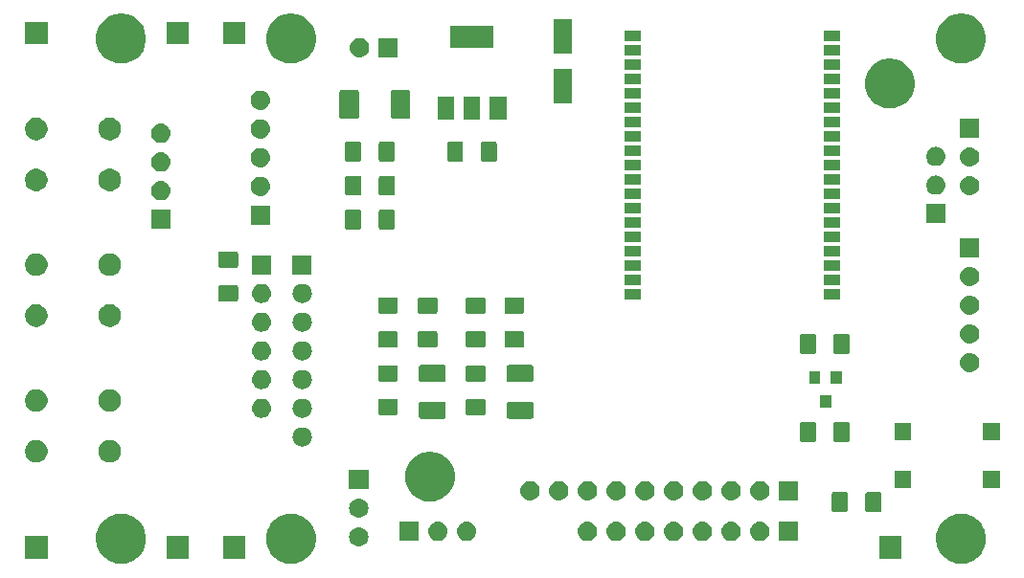
<source format=gts>
G04 #@! TF.GenerationSoftware,KiCad,Pcbnew,(5.0.0)*
G04 #@! TF.CreationDate,2021-01-27T11:34:44+02:00*
G04 #@! TF.ProjectId,ESP32,45535033322E6B696361645F70636200,rev?*
G04 #@! TF.SameCoordinates,Original*
G04 #@! TF.FileFunction,Soldermask,Top*
G04 #@! TF.FilePolarity,Negative*
%FSLAX46Y46*%
G04 Gerber Fmt 4.6, Leading zero omitted, Abs format (unit mm)*
G04 Created by KiCad (PCBNEW (5.0.0)) date 01/27/21 11:34:44*
%MOMM*%
%LPD*%
G01*
G04 APERTURE LIST*
%ADD10C,0.100000*%
G04 APERTURE END LIST*
D10*
G36*
X72229511Y-101190703D02*
X72442183Y-101233006D01*
X72842849Y-101398967D01*
X73203438Y-101639905D01*
X73510095Y-101946562D01*
X73751033Y-102307151D01*
X73862415Y-102576052D01*
X73916994Y-102707818D01*
X74001600Y-103133160D01*
X74001600Y-103566840D01*
X73984159Y-103654520D01*
X73916994Y-103992183D01*
X73751033Y-104392849D01*
X73510095Y-104753438D01*
X73203438Y-105060095D01*
X72842849Y-105301033D01*
X72442183Y-105466994D01*
X72229511Y-105509297D01*
X72016840Y-105551600D01*
X71583160Y-105551600D01*
X71370489Y-105509297D01*
X71157817Y-105466994D01*
X70757151Y-105301033D01*
X70396562Y-105060095D01*
X70089905Y-104753438D01*
X69848967Y-104392849D01*
X69683006Y-103992183D01*
X69615841Y-103654520D01*
X69598400Y-103566840D01*
X69598400Y-103133160D01*
X69683006Y-102707818D01*
X69737585Y-102576052D01*
X69848967Y-102307151D01*
X70089905Y-101946562D01*
X70396562Y-101639905D01*
X70757151Y-101398967D01*
X71157817Y-101233006D01*
X71370489Y-101190703D01*
X71583160Y-101148400D01*
X72016840Y-101148400D01*
X72229511Y-101190703D01*
X72229511Y-101190703D01*
G37*
G36*
X87229511Y-101190703D02*
X87442183Y-101233006D01*
X87842849Y-101398967D01*
X88203438Y-101639905D01*
X88510095Y-101946562D01*
X88751033Y-102307151D01*
X88862415Y-102576052D01*
X88916994Y-102707818D01*
X89001600Y-103133160D01*
X89001600Y-103566840D01*
X88984159Y-103654520D01*
X88916994Y-103992183D01*
X88751033Y-104392849D01*
X88510095Y-104753438D01*
X88203438Y-105060095D01*
X87842849Y-105301033D01*
X87442183Y-105466994D01*
X87229511Y-105509297D01*
X87016840Y-105551600D01*
X86583160Y-105551600D01*
X86370489Y-105509297D01*
X86157817Y-105466994D01*
X85757151Y-105301033D01*
X85396562Y-105060095D01*
X85089905Y-104753438D01*
X84848967Y-104392849D01*
X84683006Y-103992183D01*
X84615841Y-103654520D01*
X84598400Y-103566840D01*
X84598400Y-103133160D01*
X84683006Y-102707818D01*
X84737585Y-102576052D01*
X84848967Y-102307151D01*
X85089905Y-101946562D01*
X85396562Y-101639905D01*
X85757151Y-101398967D01*
X86157817Y-101233006D01*
X86370489Y-101190703D01*
X86583160Y-101148400D01*
X87016840Y-101148400D01*
X87229511Y-101190703D01*
X87229511Y-101190703D01*
G37*
G36*
X146479511Y-101190703D02*
X146692183Y-101233006D01*
X147092849Y-101398967D01*
X147453438Y-101639905D01*
X147760095Y-101946562D01*
X148001033Y-102307151D01*
X148112415Y-102576052D01*
X148166994Y-102707818D01*
X148251600Y-103133160D01*
X148251600Y-103566840D01*
X148234159Y-103654520D01*
X148166994Y-103992183D01*
X148001033Y-104392849D01*
X147760095Y-104753438D01*
X147453438Y-105060095D01*
X147092849Y-105301033D01*
X146692183Y-105466994D01*
X146479511Y-105509297D01*
X146266840Y-105551600D01*
X145833160Y-105551600D01*
X145620489Y-105509297D01*
X145407817Y-105466994D01*
X145007151Y-105301033D01*
X144646562Y-105060095D01*
X144339905Y-104753438D01*
X144098967Y-104392849D01*
X143933006Y-103992183D01*
X143865841Y-103654520D01*
X143848400Y-103566840D01*
X143848400Y-103133160D01*
X143933006Y-102707818D01*
X143987585Y-102576052D01*
X144098967Y-102307151D01*
X144339905Y-101946562D01*
X144646562Y-101639905D01*
X145007151Y-101398967D01*
X145407817Y-101233006D01*
X145620489Y-101190703D01*
X145833160Y-101148400D01*
X146266840Y-101148400D01*
X146479511Y-101190703D01*
X146479511Y-101190703D01*
G37*
G36*
X65300000Y-105100000D02*
X63300000Y-105100000D01*
X63300000Y-103100000D01*
X65300000Y-103100000D01*
X65300000Y-105100000D01*
X65300000Y-105100000D01*
G37*
G36*
X140800000Y-105100000D02*
X138800000Y-105100000D01*
X138800000Y-103100000D01*
X140800000Y-103100000D01*
X140800000Y-105100000D01*
X140800000Y-105100000D01*
G37*
G36*
X82800000Y-105100000D02*
X80800000Y-105100000D01*
X80800000Y-103100000D01*
X82800000Y-103100000D01*
X82800000Y-105100000D01*
X82800000Y-105100000D01*
G37*
G36*
X77800000Y-105100000D02*
X75800000Y-105100000D01*
X75800000Y-103100000D01*
X77800000Y-103100000D01*
X77800000Y-105100000D01*
X77800000Y-105100000D01*
G37*
G36*
X92966630Y-102342299D02*
X93126855Y-102390903D01*
X93274520Y-102469831D01*
X93403949Y-102576051D01*
X93510169Y-102705480D01*
X93589097Y-102853145D01*
X93637701Y-103013370D01*
X93654112Y-103180000D01*
X93637701Y-103346630D01*
X93589097Y-103506855D01*
X93510169Y-103654520D01*
X93403949Y-103783949D01*
X93274520Y-103890169D01*
X93126855Y-103969097D01*
X92966630Y-104017701D01*
X92841752Y-104030000D01*
X92758248Y-104030000D01*
X92633370Y-104017701D01*
X92473145Y-103969097D01*
X92325480Y-103890169D01*
X92196051Y-103783949D01*
X92089831Y-103654520D01*
X92010903Y-103506855D01*
X91962299Y-103346630D01*
X91945888Y-103180000D01*
X91962299Y-103013370D01*
X92010903Y-102853145D01*
X92089831Y-102705480D01*
X92196051Y-102576051D01*
X92325480Y-102469831D01*
X92473145Y-102390903D01*
X92633370Y-102342299D01*
X92758248Y-102330000D01*
X92841752Y-102330000D01*
X92966630Y-102342299D01*
X92966630Y-102342299D01*
G37*
G36*
X98110000Y-103550000D02*
X96410000Y-103550000D01*
X96410000Y-101850000D01*
X98110000Y-101850000D01*
X98110000Y-103550000D01*
X98110000Y-103550000D01*
G37*
G36*
X102506630Y-101862299D02*
X102666855Y-101910903D01*
X102814520Y-101989831D01*
X102943949Y-102096051D01*
X103050169Y-102225480D01*
X103129097Y-102373145D01*
X103177701Y-102533370D01*
X103194112Y-102700000D01*
X103177701Y-102866630D01*
X103129097Y-103026855D01*
X103050169Y-103174520D01*
X102943949Y-103303949D01*
X102814520Y-103410169D01*
X102666855Y-103489097D01*
X102506630Y-103537701D01*
X102381752Y-103550000D01*
X102298248Y-103550000D01*
X102173370Y-103537701D01*
X102013145Y-103489097D01*
X101865480Y-103410169D01*
X101736051Y-103303949D01*
X101629831Y-103174520D01*
X101550903Y-103026855D01*
X101502299Y-102866630D01*
X101485888Y-102700000D01*
X101502299Y-102533370D01*
X101550903Y-102373145D01*
X101629831Y-102225480D01*
X101736051Y-102096051D01*
X101865480Y-101989831D01*
X102013145Y-101910903D01*
X102173370Y-101862299D01*
X102298248Y-101850000D01*
X102381752Y-101850000D01*
X102506630Y-101862299D01*
X102506630Y-101862299D01*
G37*
G36*
X99966630Y-101862299D02*
X100126855Y-101910903D01*
X100274520Y-101989831D01*
X100403949Y-102096051D01*
X100510169Y-102225480D01*
X100589097Y-102373145D01*
X100637701Y-102533370D01*
X100654112Y-102700000D01*
X100637701Y-102866630D01*
X100589097Y-103026855D01*
X100510169Y-103174520D01*
X100403949Y-103303949D01*
X100274520Y-103410169D01*
X100126855Y-103489097D01*
X99966630Y-103537701D01*
X99841752Y-103550000D01*
X99758248Y-103550000D01*
X99633370Y-103537701D01*
X99473145Y-103489097D01*
X99325480Y-103410169D01*
X99196051Y-103303949D01*
X99089831Y-103174520D01*
X99010903Y-103026855D01*
X98962299Y-102866630D01*
X98945888Y-102700000D01*
X98962299Y-102533370D01*
X99010903Y-102373145D01*
X99089831Y-102225480D01*
X99196051Y-102096051D01*
X99325480Y-101989831D01*
X99473145Y-101910903D01*
X99633370Y-101862299D01*
X99758248Y-101850000D01*
X99841752Y-101850000D01*
X99966630Y-101862299D01*
X99966630Y-101862299D01*
G37*
G36*
X131650000Y-103550000D02*
X129950000Y-103550000D01*
X129950000Y-101850000D01*
X131650000Y-101850000D01*
X131650000Y-103550000D01*
X131650000Y-103550000D01*
G37*
G36*
X115726630Y-101862299D02*
X115886855Y-101910903D01*
X116034520Y-101989831D01*
X116163949Y-102096051D01*
X116270169Y-102225480D01*
X116349097Y-102373145D01*
X116397701Y-102533370D01*
X116414112Y-102700000D01*
X116397701Y-102866630D01*
X116349097Y-103026855D01*
X116270169Y-103174520D01*
X116163949Y-103303949D01*
X116034520Y-103410169D01*
X115886855Y-103489097D01*
X115726630Y-103537701D01*
X115601752Y-103550000D01*
X115518248Y-103550000D01*
X115393370Y-103537701D01*
X115233145Y-103489097D01*
X115085480Y-103410169D01*
X114956051Y-103303949D01*
X114849831Y-103174520D01*
X114770903Y-103026855D01*
X114722299Y-102866630D01*
X114705888Y-102700000D01*
X114722299Y-102533370D01*
X114770903Y-102373145D01*
X114849831Y-102225480D01*
X114956051Y-102096051D01*
X115085480Y-101989831D01*
X115233145Y-101910903D01*
X115393370Y-101862299D01*
X115518248Y-101850000D01*
X115601752Y-101850000D01*
X115726630Y-101862299D01*
X115726630Y-101862299D01*
G37*
G36*
X128426630Y-101862299D02*
X128586855Y-101910903D01*
X128734520Y-101989831D01*
X128863949Y-102096051D01*
X128970169Y-102225480D01*
X129049097Y-102373145D01*
X129097701Y-102533370D01*
X129114112Y-102700000D01*
X129097701Y-102866630D01*
X129049097Y-103026855D01*
X128970169Y-103174520D01*
X128863949Y-103303949D01*
X128734520Y-103410169D01*
X128586855Y-103489097D01*
X128426630Y-103537701D01*
X128301752Y-103550000D01*
X128218248Y-103550000D01*
X128093370Y-103537701D01*
X127933145Y-103489097D01*
X127785480Y-103410169D01*
X127656051Y-103303949D01*
X127549831Y-103174520D01*
X127470903Y-103026855D01*
X127422299Y-102866630D01*
X127405888Y-102700000D01*
X127422299Y-102533370D01*
X127470903Y-102373145D01*
X127549831Y-102225480D01*
X127656051Y-102096051D01*
X127785480Y-101989831D01*
X127933145Y-101910903D01*
X128093370Y-101862299D01*
X128218248Y-101850000D01*
X128301752Y-101850000D01*
X128426630Y-101862299D01*
X128426630Y-101862299D01*
G37*
G36*
X125886630Y-101862299D02*
X126046855Y-101910903D01*
X126194520Y-101989831D01*
X126323949Y-102096051D01*
X126430169Y-102225480D01*
X126509097Y-102373145D01*
X126557701Y-102533370D01*
X126574112Y-102700000D01*
X126557701Y-102866630D01*
X126509097Y-103026855D01*
X126430169Y-103174520D01*
X126323949Y-103303949D01*
X126194520Y-103410169D01*
X126046855Y-103489097D01*
X125886630Y-103537701D01*
X125761752Y-103550000D01*
X125678248Y-103550000D01*
X125553370Y-103537701D01*
X125393145Y-103489097D01*
X125245480Y-103410169D01*
X125116051Y-103303949D01*
X125009831Y-103174520D01*
X124930903Y-103026855D01*
X124882299Y-102866630D01*
X124865888Y-102700000D01*
X124882299Y-102533370D01*
X124930903Y-102373145D01*
X125009831Y-102225480D01*
X125116051Y-102096051D01*
X125245480Y-101989831D01*
X125393145Y-101910903D01*
X125553370Y-101862299D01*
X125678248Y-101850000D01*
X125761752Y-101850000D01*
X125886630Y-101862299D01*
X125886630Y-101862299D01*
G37*
G36*
X118266630Y-101862299D02*
X118426855Y-101910903D01*
X118574520Y-101989831D01*
X118703949Y-102096051D01*
X118810169Y-102225480D01*
X118889097Y-102373145D01*
X118937701Y-102533370D01*
X118954112Y-102700000D01*
X118937701Y-102866630D01*
X118889097Y-103026855D01*
X118810169Y-103174520D01*
X118703949Y-103303949D01*
X118574520Y-103410169D01*
X118426855Y-103489097D01*
X118266630Y-103537701D01*
X118141752Y-103550000D01*
X118058248Y-103550000D01*
X117933370Y-103537701D01*
X117773145Y-103489097D01*
X117625480Y-103410169D01*
X117496051Y-103303949D01*
X117389831Y-103174520D01*
X117310903Y-103026855D01*
X117262299Y-102866630D01*
X117245888Y-102700000D01*
X117262299Y-102533370D01*
X117310903Y-102373145D01*
X117389831Y-102225480D01*
X117496051Y-102096051D01*
X117625480Y-101989831D01*
X117773145Y-101910903D01*
X117933370Y-101862299D01*
X118058248Y-101850000D01*
X118141752Y-101850000D01*
X118266630Y-101862299D01*
X118266630Y-101862299D01*
G37*
G36*
X120806630Y-101862299D02*
X120966855Y-101910903D01*
X121114520Y-101989831D01*
X121243949Y-102096051D01*
X121350169Y-102225480D01*
X121429097Y-102373145D01*
X121477701Y-102533370D01*
X121494112Y-102700000D01*
X121477701Y-102866630D01*
X121429097Y-103026855D01*
X121350169Y-103174520D01*
X121243949Y-103303949D01*
X121114520Y-103410169D01*
X120966855Y-103489097D01*
X120806630Y-103537701D01*
X120681752Y-103550000D01*
X120598248Y-103550000D01*
X120473370Y-103537701D01*
X120313145Y-103489097D01*
X120165480Y-103410169D01*
X120036051Y-103303949D01*
X119929831Y-103174520D01*
X119850903Y-103026855D01*
X119802299Y-102866630D01*
X119785888Y-102700000D01*
X119802299Y-102533370D01*
X119850903Y-102373145D01*
X119929831Y-102225480D01*
X120036051Y-102096051D01*
X120165480Y-101989831D01*
X120313145Y-101910903D01*
X120473370Y-101862299D01*
X120598248Y-101850000D01*
X120681752Y-101850000D01*
X120806630Y-101862299D01*
X120806630Y-101862299D01*
G37*
G36*
X123346630Y-101862299D02*
X123506855Y-101910903D01*
X123654520Y-101989831D01*
X123783949Y-102096051D01*
X123890169Y-102225480D01*
X123969097Y-102373145D01*
X124017701Y-102533370D01*
X124034112Y-102700000D01*
X124017701Y-102866630D01*
X123969097Y-103026855D01*
X123890169Y-103174520D01*
X123783949Y-103303949D01*
X123654520Y-103410169D01*
X123506855Y-103489097D01*
X123346630Y-103537701D01*
X123221752Y-103550000D01*
X123138248Y-103550000D01*
X123013370Y-103537701D01*
X122853145Y-103489097D01*
X122705480Y-103410169D01*
X122576051Y-103303949D01*
X122469831Y-103174520D01*
X122390903Y-103026855D01*
X122342299Y-102866630D01*
X122325888Y-102700000D01*
X122342299Y-102533370D01*
X122390903Y-102373145D01*
X122469831Y-102225480D01*
X122576051Y-102096051D01*
X122705480Y-101989831D01*
X122853145Y-101910903D01*
X123013370Y-101862299D01*
X123138248Y-101850000D01*
X123221752Y-101850000D01*
X123346630Y-101862299D01*
X123346630Y-101862299D01*
G37*
G36*
X113186630Y-101862299D02*
X113346855Y-101910903D01*
X113494520Y-101989831D01*
X113623949Y-102096051D01*
X113730169Y-102225480D01*
X113809097Y-102373145D01*
X113857701Y-102533370D01*
X113874112Y-102700000D01*
X113857701Y-102866630D01*
X113809097Y-103026855D01*
X113730169Y-103174520D01*
X113623949Y-103303949D01*
X113494520Y-103410169D01*
X113346855Y-103489097D01*
X113186630Y-103537701D01*
X113061752Y-103550000D01*
X112978248Y-103550000D01*
X112853370Y-103537701D01*
X112693145Y-103489097D01*
X112545480Y-103410169D01*
X112416051Y-103303949D01*
X112309831Y-103174520D01*
X112230903Y-103026855D01*
X112182299Y-102866630D01*
X112165888Y-102700000D01*
X112182299Y-102533370D01*
X112230903Y-102373145D01*
X112309831Y-102225480D01*
X112416051Y-102096051D01*
X112545480Y-101989831D01*
X112693145Y-101910903D01*
X112853370Y-101862299D01*
X112978248Y-101850000D01*
X113061752Y-101850000D01*
X113186630Y-101862299D01*
X113186630Y-101862299D01*
G37*
G36*
X92966630Y-99802299D02*
X93126855Y-99850903D01*
X93274520Y-99929831D01*
X93403949Y-100036051D01*
X93510169Y-100165480D01*
X93589097Y-100313145D01*
X93637701Y-100473370D01*
X93654112Y-100640000D01*
X93637701Y-100806630D01*
X93589097Y-100966855D01*
X93510169Y-101114520D01*
X93403949Y-101243949D01*
X93274520Y-101350169D01*
X93126855Y-101429097D01*
X92966630Y-101477701D01*
X92841752Y-101490000D01*
X92758248Y-101490000D01*
X92633370Y-101477701D01*
X92473145Y-101429097D01*
X92325480Y-101350169D01*
X92196051Y-101243949D01*
X92089831Y-101114520D01*
X92010903Y-100966855D01*
X91962299Y-100806630D01*
X91945888Y-100640000D01*
X91962299Y-100473370D01*
X92010903Y-100313145D01*
X92089831Y-100165480D01*
X92196051Y-100036051D01*
X92325480Y-99929831D01*
X92473145Y-99850903D01*
X92633370Y-99802299D01*
X92758248Y-99790000D01*
X92841752Y-99790000D01*
X92966630Y-99802299D01*
X92966630Y-99802299D01*
G37*
G36*
X135888964Y-99228837D02*
X135920528Y-99238412D01*
X135949617Y-99253960D01*
X135975114Y-99274886D01*
X135996040Y-99300383D01*
X136011588Y-99329472D01*
X136021163Y-99361036D01*
X136025000Y-99399998D01*
X136025000Y-100800002D01*
X136021163Y-100838964D01*
X136011588Y-100870528D01*
X135996040Y-100899617D01*
X135975114Y-100925114D01*
X135949617Y-100946040D01*
X135920528Y-100961588D01*
X135888964Y-100971163D01*
X135850002Y-100975000D01*
X134774998Y-100975000D01*
X134736036Y-100971163D01*
X134704472Y-100961588D01*
X134675383Y-100946040D01*
X134649886Y-100925114D01*
X134628960Y-100899617D01*
X134613412Y-100870528D01*
X134603837Y-100838964D01*
X134600000Y-100800002D01*
X134600000Y-99399998D01*
X134603837Y-99361036D01*
X134613412Y-99329472D01*
X134628960Y-99300383D01*
X134649886Y-99274886D01*
X134675383Y-99253960D01*
X134704472Y-99238412D01*
X134736036Y-99228837D01*
X134774998Y-99225000D01*
X135850002Y-99225000D01*
X135888964Y-99228837D01*
X135888964Y-99228837D01*
G37*
G36*
X138863964Y-99228837D02*
X138895528Y-99238412D01*
X138924617Y-99253960D01*
X138950114Y-99274886D01*
X138971040Y-99300383D01*
X138986588Y-99329472D01*
X138996163Y-99361036D01*
X139000000Y-99399998D01*
X139000000Y-100800002D01*
X138996163Y-100838964D01*
X138986588Y-100870528D01*
X138971040Y-100899617D01*
X138950114Y-100925114D01*
X138924617Y-100946040D01*
X138895528Y-100961588D01*
X138863964Y-100971163D01*
X138825002Y-100975000D01*
X137749998Y-100975000D01*
X137711036Y-100971163D01*
X137679472Y-100961588D01*
X137650383Y-100946040D01*
X137624886Y-100925114D01*
X137603960Y-100899617D01*
X137588412Y-100870528D01*
X137578837Y-100838964D01*
X137575000Y-100800002D01*
X137575000Y-99399998D01*
X137578837Y-99361036D01*
X137588412Y-99329472D01*
X137603960Y-99300383D01*
X137624886Y-99274886D01*
X137650383Y-99253960D01*
X137679472Y-99238412D01*
X137711036Y-99228837D01*
X137749998Y-99225000D01*
X138825002Y-99225000D01*
X138863964Y-99228837D01*
X138863964Y-99228837D01*
G37*
G36*
X99527511Y-95690703D02*
X99740183Y-95733006D01*
X100140849Y-95898967D01*
X100501438Y-96139905D01*
X100808095Y-96446562D01*
X101049033Y-96807151D01*
X101214994Y-97207817D01*
X101299600Y-97633161D01*
X101299600Y-98066839D01*
X101214994Y-98492183D01*
X101049033Y-98892849D01*
X100808095Y-99253438D01*
X100501438Y-99560095D01*
X100140849Y-99801033D01*
X99740183Y-99966994D01*
X99527511Y-100009297D01*
X99314840Y-100051600D01*
X98881160Y-100051600D01*
X98668489Y-100009297D01*
X98455817Y-99966994D01*
X98055151Y-99801033D01*
X97694562Y-99560095D01*
X97387905Y-99253438D01*
X97146967Y-98892849D01*
X96981006Y-98492183D01*
X96896400Y-98066839D01*
X96896400Y-97633161D01*
X96981006Y-97207817D01*
X97146967Y-96807151D01*
X97387905Y-96446562D01*
X97694562Y-96139905D01*
X98055151Y-95898967D01*
X98455817Y-95733006D01*
X98668489Y-95690703D01*
X98881160Y-95648400D01*
X99314840Y-95648400D01*
X99527511Y-95690703D01*
X99527511Y-95690703D01*
G37*
G36*
X131650000Y-99950000D02*
X129950000Y-99950000D01*
X129950000Y-98250000D01*
X131650000Y-98250000D01*
X131650000Y-99950000D01*
X131650000Y-99950000D01*
G37*
G36*
X110646630Y-98262299D02*
X110806855Y-98310903D01*
X110954520Y-98389831D01*
X111083949Y-98496051D01*
X111190169Y-98625480D01*
X111269097Y-98773145D01*
X111317701Y-98933370D01*
X111334112Y-99100000D01*
X111317701Y-99266630D01*
X111269097Y-99426855D01*
X111190169Y-99574520D01*
X111083949Y-99703949D01*
X110954520Y-99810169D01*
X110806855Y-99889097D01*
X110646630Y-99937701D01*
X110521752Y-99950000D01*
X110438248Y-99950000D01*
X110313370Y-99937701D01*
X110153145Y-99889097D01*
X110005480Y-99810169D01*
X109876051Y-99703949D01*
X109769831Y-99574520D01*
X109690903Y-99426855D01*
X109642299Y-99266630D01*
X109625888Y-99100000D01*
X109642299Y-98933370D01*
X109690903Y-98773145D01*
X109769831Y-98625480D01*
X109876051Y-98496051D01*
X110005480Y-98389831D01*
X110153145Y-98310903D01*
X110313370Y-98262299D01*
X110438248Y-98250000D01*
X110521752Y-98250000D01*
X110646630Y-98262299D01*
X110646630Y-98262299D01*
G37*
G36*
X108106630Y-98262299D02*
X108266855Y-98310903D01*
X108414520Y-98389831D01*
X108543949Y-98496051D01*
X108650169Y-98625480D01*
X108729097Y-98773145D01*
X108777701Y-98933370D01*
X108794112Y-99100000D01*
X108777701Y-99266630D01*
X108729097Y-99426855D01*
X108650169Y-99574520D01*
X108543949Y-99703949D01*
X108414520Y-99810169D01*
X108266855Y-99889097D01*
X108106630Y-99937701D01*
X107981752Y-99950000D01*
X107898248Y-99950000D01*
X107773370Y-99937701D01*
X107613145Y-99889097D01*
X107465480Y-99810169D01*
X107336051Y-99703949D01*
X107229831Y-99574520D01*
X107150903Y-99426855D01*
X107102299Y-99266630D01*
X107085888Y-99100000D01*
X107102299Y-98933370D01*
X107150903Y-98773145D01*
X107229831Y-98625480D01*
X107336051Y-98496051D01*
X107465480Y-98389831D01*
X107613145Y-98310903D01*
X107773370Y-98262299D01*
X107898248Y-98250000D01*
X107981752Y-98250000D01*
X108106630Y-98262299D01*
X108106630Y-98262299D01*
G37*
G36*
X113186630Y-98262299D02*
X113346855Y-98310903D01*
X113494520Y-98389831D01*
X113623949Y-98496051D01*
X113730169Y-98625480D01*
X113809097Y-98773145D01*
X113857701Y-98933370D01*
X113874112Y-99100000D01*
X113857701Y-99266630D01*
X113809097Y-99426855D01*
X113730169Y-99574520D01*
X113623949Y-99703949D01*
X113494520Y-99810169D01*
X113346855Y-99889097D01*
X113186630Y-99937701D01*
X113061752Y-99950000D01*
X112978248Y-99950000D01*
X112853370Y-99937701D01*
X112693145Y-99889097D01*
X112545480Y-99810169D01*
X112416051Y-99703949D01*
X112309831Y-99574520D01*
X112230903Y-99426855D01*
X112182299Y-99266630D01*
X112165888Y-99100000D01*
X112182299Y-98933370D01*
X112230903Y-98773145D01*
X112309831Y-98625480D01*
X112416051Y-98496051D01*
X112545480Y-98389831D01*
X112693145Y-98310903D01*
X112853370Y-98262299D01*
X112978248Y-98250000D01*
X113061752Y-98250000D01*
X113186630Y-98262299D01*
X113186630Y-98262299D01*
G37*
G36*
X115726630Y-98262299D02*
X115886855Y-98310903D01*
X116034520Y-98389831D01*
X116163949Y-98496051D01*
X116270169Y-98625480D01*
X116349097Y-98773145D01*
X116397701Y-98933370D01*
X116414112Y-99100000D01*
X116397701Y-99266630D01*
X116349097Y-99426855D01*
X116270169Y-99574520D01*
X116163949Y-99703949D01*
X116034520Y-99810169D01*
X115886855Y-99889097D01*
X115726630Y-99937701D01*
X115601752Y-99950000D01*
X115518248Y-99950000D01*
X115393370Y-99937701D01*
X115233145Y-99889097D01*
X115085480Y-99810169D01*
X114956051Y-99703949D01*
X114849831Y-99574520D01*
X114770903Y-99426855D01*
X114722299Y-99266630D01*
X114705888Y-99100000D01*
X114722299Y-98933370D01*
X114770903Y-98773145D01*
X114849831Y-98625480D01*
X114956051Y-98496051D01*
X115085480Y-98389831D01*
X115233145Y-98310903D01*
X115393370Y-98262299D01*
X115518248Y-98250000D01*
X115601752Y-98250000D01*
X115726630Y-98262299D01*
X115726630Y-98262299D01*
G37*
G36*
X120806630Y-98262299D02*
X120966855Y-98310903D01*
X121114520Y-98389831D01*
X121243949Y-98496051D01*
X121350169Y-98625480D01*
X121429097Y-98773145D01*
X121477701Y-98933370D01*
X121494112Y-99100000D01*
X121477701Y-99266630D01*
X121429097Y-99426855D01*
X121350169Y-99574520D01*
X121243949Y-99703949D01*
X121114520Y-99810169D01*
X120966855Y-99889097D01*
X120806630Y-99937701D01*
X120681752Y-99950000D01*
X120598248Y-99950000D01*
X120473370Y-99937701D01*
X120313145Y-99889097D01*
X120165480Y-99810169D01*
X120036051Y-99703949D01*
X119929831Y-99574520D01*
X119850903Y-99426855D01*
X119802299Y-99266630D01*
X119785888Y-99100000D01*
X119802299Y-98933370D01*
X119850903Y-98773145D01*
X119929831Y-98625480D01*
X120036051Y-98496051D01*
X120165480Y-98389831D01*
X120313145Y-98310903D01*
X120473370Y-98262299D01*
X120598248Y-98250000D01*
X120681752Y-98250000D01*
X120806630Y-98262299D01*
X120806630Y-98262299D01*
G37*
G36*
X123346630Y-98262299D02*
X123506855Y-98310903D01*
X123654520Y-98389831D01*
X123783949Y-98496051D01*
X123890169Y-98625480D01*
X123969097Y-98773145D01*
X124017701Y-98933370D01*
X124034112Y-99100000D01*
X124017701Y-99266630D01*
X123969097Y-99426855D01*
X123890169Y-99574520D01*
X123783949Y-99703949D01*
X123654520Y-99810169D01*
X123506855Y-99889097D01*
X123346630Y-99937701D01*
X123221752Y-99950000D01*
X123138248Y-99950000D01*
X123013370Y-99937701D01*
X122853145Y-99889097D01*
X122705480Y-99810169D01*
X122576051Y-99703949D01*
X122469831Y-99574520D01*
X122390903Y-99426855D01*
X122342299Y-99266630D01*
X122325888Y-99100000D01*
X122342299Y-98933370D01*
X122390903Y-98773145D01*
X122469831Y-98625480D01*
X122576051Y-98496051D01*
X122705480Y-98389831D01*
X122853145Y-98310903D01*
X123013370Y-98262299D01*
X123138248Y-98250000D01*
X123221752Y-98250000D01*
X123346630Y-98262299D01*
X123346630Y-98262299D01*
G37*
G36*
X125886630Y-98262299D02*
X126046855Y-98310903D01*
X126194520Y-98389831D01*
X126323949Y-98496051D01*
X126430169Y-98625480D01*
X126509097Y-98773145D01*
X126557701Y-98933370D01*
X126574112Y-99100000D01*
X126557701Y-99266630D01*
X126509097Y-99426855D01*
X126430169Y-99574520D01*
X126323949Y-99703949D01*
X126194520Y-99810169D01*
X126046855Y-99889097D01*
X125886630Y-99937701D01*
X125761752Y-99950000D01*
X125678248Y-99950000D01*
X125553370Y-99937701D01*
X125393145Y-99889097D01*
X125245480Y-99810169D01*
X125116051Y-99703949D01*
X125009831Y-99574520D01*
X124930903Y-99426855D01*
X124882299Y-99266630D01*
X124865888Y-99100000D01*
X124882299Y-98933370D01*
X124930903Y-98773145D01*
X125009831Y-98625480D01*
X125116051Y-98496051D01*
X125245480Y-98389831D01*
X125393145Y-98310903D01*
X125553370Y-98262299D01*
X125678248Y-98250000D01*
X125761752Y-98250000D01*
X125886630Y-98262299D01*
X125886630Y-98262299D01*
G37*
G36*
X128426630Y-98262299D02*
X128586855Y-98310903D01*
X128734520Y-98389831D01*
X128863949Y-98496051D01*
X128970169Y-98625480D01*
X129049097Y-98773145D01*
X129097701Y-98933370D01*
X129114112Y-99100000D01*
X129097701Y-99266630D01*
X129049097Y-99426855D01*
X128970169Y-99574520D01*
X128863949Y-99703949D01*
X128734520Y-99810169D01*
X128586855Y-99889097D01*
X128426630Y-99937701D01*
X128301752Y-99950000D01*
X128218248Y-99950000D01*
X128093370Y-99937701D01*
X127933145Y-99889097D01*
X127785480Y-99810169D01*
X127656051Y-99703949D01*
X127549831Y-99574520D01*
X127470903Y-99426855D01*
X127422299Y-99266630D01*
X127405888Y-99100000D01*
X127422299Y-98933370D01*
X127470903Y-98773145D01*
X127549831Y-98625480D01*
X127656051Y-98496051D01*
X127785480Y-98389831D01*
X127933145Y-98310903D01*
X128093370Y-98262299D01*
X128218248Y-98250000D01*
X128301752Y-98250000D01*
X128426630Y-98262299D01*
X128426630Y-98262299D01*
G37*
G36*
X118266630Y-98262299D02*
X118426855Y-98310903D01*
X118574520Y-98389831D01*
X118703949Y-98496051D01*
X118810169Y-98625480D01*
X118889097Y-98773145D01*
X118937701Y-98933370D01*
X118954112Y-99100000D01*
X118937701Y-99266630D01*
X118889097Y-99426855D01*
X118810169Y-99574520D01*
X118703949Y-99703949D01*
X118574520Y-99810169D01*
X118426855Y-99889097D01*
X118266630Y-99937701D01*
X118141752Y-99950000D01*
X118058248Y-99950000D01*
X117933370Y-99937701D01*
X117773145Y-99889097D01*
X117625480Y-99810169D01*
X117496051Y-99703949D01*
X117389831Y-99574520D01*
X117310903Y-99426855D01*
X117262299Y-99266630D01*
X117245888Y-99100000D01*
X117262299Y-98933370D01*
X117310903Y-98773145D01*
X117389831Y-98625480D01*
X117496051Y-98496051D01*
X117625480Y-98389831D01*
X117773145Y-98310903D01*
X117933370Y-98262299D01*
X118058248Y-98250000D01*
X118141752Y-98250000D01*
X118266630Y-98262299D01*
X118266630Y-98262299D01*
G37*
G36*
X93650000Y-98950000D02*
X91950000Y-98950000D01*
X91950000Y-97250000D01*
X93650000Y-97250000D01*
X93650000Y-98950000D01*
X93650000Y-98950000D01*
G37*
G36*
X149450000Y-98850000D02*
X147950000Y-98850000D01*
X147950000Y-97350000D01*
X149450000Y-97350000D01*
X149450000Y-98850000D01*
X149450000Y-98850000D01*
G37*
G36*
X141650000Y-98850000D02*
X140150000Y-98850000D01*
X140150000Y-97350000D01*
X141650000Y-97350000D01*
X141650000Y-98850000D01*
X141650000Y-98850000D01*
G37*
G36*
X70975770Y-94615372D02*
X71091689Y-94638429D01*
X71273678Y-94713811D01*
X71437463Y-94823249D01*
X71576751Y-94962537D01*
X71686189Y-95126322D01*
X71761571Y-95308311D01*
X71800000Y-95501509D01*
X71800000Y-95698491D01*
X71761571Y-95891689D01*
X71686189Y-96073678D01*
X71576751Y-96237463D01*
X71437463Y-96376751D01*
X71273678Y-96486189D01*
X71091689Y-96561571D01*
X70975770Y-96584628D01*
X70898493Y-96600000D01*
X70701507Y-96600000D01*
X70624230Y-96584628D01*
X70508311Y-96561571D01*
X70326322Y-96486189D01*
X70162537Y-96376751D01*
X70023249Y-96237463D01*
X69913811Y-96073678D01*
X69838429Y-95891689D01*
X69800000Y-95698491D01*
X69800000Y-95501509D01*
X69838429Y-95308311D01*
X69913811Y-95126322D01*
X70023249Y-94962537D01*
X70162537Y-94823249D01*
X70326322Y-94713811D01*
X70508311Y-94638429D01*
X70624230Y-94615372D01*
X70701507Y-94600000D01*
X70898493Y-94600000D01*
X70975770Y-94615372D01*
X70975770Y-94615372D01*
G37*
G36*
X64475770Y-94615372D02*
X64591689Y-94638429D01*
X64773678Y-94713811D01*
X64937463Y-94823249D01*
X65076751Y-94962537D01*
X65186189Y-95126322D01*
X65261571Y-95308311D01*
X65300000Y-95501509D01*
X65300000Y-95698491D01*
X65261571Y-95891689D01*
X65186189Y-96073678D01*
X65076751Y-96237463D01*
X64937463Y-96376751D01*
X64773678Y-96486189D01*
X64591689Y-96561571D01*
X64475770Y-96584628D01*
X64398493Y-96600000D01*
X64201507Y-96600000D01*
X64124230Y-96584628D01*
X64008311Y-96561571D01*
X63826322Y-96486189D01*
X63662537Y-96376751D01*
X63523249Y-96237463D01*
X63413811Y-96073678D01*
X63338429Y-95891689D01*
X63300000Y-95698491D01*
X63300000Y-95501509D01*
X63338429Y-95308311D01*
X63413811Y-95126322D01*
X63523249Y-94962537D01*
X63662537Y-94823249D01*
X63826322Y-94713811D01*
X64008311Y-94638429D01*
X64124230Y-94615372D01*
X64201507Y-94600000D01*
X64398493Y-94600000D01*
X64475770Y-94615372D01*
X64475770Y-94615372D01*
G37*
G36*
X87966630Y-93502299D02*
X88126855Y-93550903D01*
X88274520Y-93629831D01*
X88403949Y-93736051D01*
X88510169Y-93865480D01*
X88589097Y-94013145D01*
X88637701Y-94173370D01*
X88654112Y-94340000D01*
X88637701Y-94506630D01*
X88589097Y-94666855D01*
X88510169Y-94814520D01*
X88403949Y-94943949D01*
X88274520Y-95050169D01*
X88126855Y-95129097D01*
X87966630Y-95177701D01*
X87841752Y-95190000D01*
X87758248Y-95190000D01*
X87633370Y-95177701D01*
X87473145Y-95129097D01*
X87325480Y-95050169D01*
X87196051Y-94943949D01*
X87089831Y-94814520D01*
X87010903Y-94666855D01*
X86962299Y-94506630D01*
X86945888Y-94340000D01*
X86962299Y-94173370D01*
X87010903Y-94013145D01*
X87089831Y-93865480D01*
X87196051Y-93736051D01*
X87325480Y-93629831D01*
X87473145Y-93550903D01*
X87633370Y-93502299D01*
X87758248Y-93490000D01*
X87841752Y-93490000D01*
X87966630Y-93502299D01*
X87966630Y-93502299D01*
G37*
G36*
X136063964Y-93028837D02*
X136095528Y-93038412D01*
X136124617Y-93053960D01*
X136150114Y-93074886D01*
X136171040Y-93100383D01*
X136186588Y-93129472D01*
X136196163Y-93161036D01*
X136200000Y-93199998D01*
X136200000Y-94600000D01*
X136196163Y-94638964D01*
X136186588Y-94670528D01*
X136171040Y-94699617D01*
X136150114Y-94725114D01*
X136124617Y-94746040D01*
X136095528Y-94761588D01*
X136063964Y-94771163D01*
X136025002Y-94775000D01*
X134949998Y-94775000D01*
X134911036Y-94771163D01*
X134879472Y-94761588D01*
X134850383Y-94746040D01*
X134824886Y-94725114D01*
X134803960Y-94699617D01*
X134788412Y-94670528D01*
X134778837Y-94638964D01*
X134775000Y-94600000D01*
X134775000Y-93199998D01*
X134778837Y-93161036D01*
X134788412Y-93129472D01*
X134803960Y-93100383D01*
X134824886Y-93074886D01*
X134850383Y-93053960D01*
X134879472Y-93038412D01*
X134911036Y-93028837D01*
X134949998Y-93025000D01*
X136025002Y-93025000D01*
X136063964Y-93028837D01*
X136063964Y-93028837D01*
G37*
G36*
X133088964Y-93028837D02*
X133120528Y-93038412D01*
X133149617Y-93053960D01*
X133175114Y-93074886D01*
X133196040Y-93100383D01*
X133211588Y-93129472D01*
X133221163Y-93161036D01*
X133225000Y-93199998D01*
X133225000Y-94600000D01*
X133221163Y-94638964D01*
X133211588Y-94670528D01*
X133196040Y-94699617D01*
X133175114Y-94725114D01*
X133149617Y-94746040D01*
X133120528Y-94761588D01*
X133088964Y-94771163D01*
X133050002Y-94775000D01*
X131974998Y-94775000D01*
X131936036Y-94771163D01*
X131904472Y-94761588D01*
X131875383Y-94746040D01*
X131849886Y-94725114D01*
X131828960Y-94699617D01*
X131813412Y-94670528D01*
X131803837Y-94638964D01*
X131800000Y-94600000D01*
X131800000Y-93199998D01*
X131803837Y-93161036D01*
X131813412Y-93129472D01*
X131828960Y-93100383D01*
X131849886Y-93074886D01*
X131875383Y-93053960D01*
X131904472Y-93038412D01*
X131936036Y-93028837D01*
X131974998Y-93025000D01*
X133050002Y-93025000D01*
X133088964Y-93028837D01*
X133088964Y-93028837D01*
G37*
G36*
X149450000Y-94600000D02*
X147950000Y-94600000D01*
X147950000Y-93100000D01*
X149450000Y-93100000D01*
X149450000Y-94600000D01*
X149450000Y-94600000D01*
G37*
G36*
X141650000Y-94600000D02*
X140150000Y-94600000D01*
X140150000Y-93100000D01*
X141650000Y-93100000D01*
X141650000Y-94600000D01*
X141650000Y-94600000D01*
G37*
G36*
X108090731Y-91228795D02*
X108121882Y-91238245D01*
X108150590Y-91253589D01*
X108175757Y-91274243D01*
X108196411Y-91299410D01*
X108211755Y-91328118D01*
X108221205Y-91359269D01*
X108225000Y-91397807D01*
X108225000Y-92552193D01*
X108221205Y-92590731D01*
X108211755Y-92621882D01*
X108196411Y-92650590D01*
X108175757Y-92675757D01*
X108150590Y-92696411D01*
X108121882Y-92711755D01*
X108090731Y-92721205D01*
X108052193Y-92725000D01*
X106047807Y-92725000D01*
X106009269Y-92721205D01*
X105978118Y-92711755D01*
X105949410Y-92696411D01*
X105924243Y-92675757D01*
X105903589Y-92650590D01*
X105888245Y-92621882D01*
X105878795Y-92590731D01*
X105875000Y-92552193D01*
X105875000Y-91397807D01*
X105878795Y-91359269D01*
X105888245Y-91328118D01*
X105903589Y-91299410D01*
X105924243Y-91274243D01*
X105949410Y-91253589D01*
X105978118Y-91238245D01*
X106009269Y-91228795D01*
X106047807Y-91225000D01*
X108052193Y-91225000D01*
X108090731Y-91228795D01*
X108090731Y-91228795D01*
G37*
G36*
X100340731Y-91228795D02*
X100371882Y-91238245D01*
X100400590Y-91253589D01*
X100425757Y-91274243D01*
X100446411Y-91299410D01*
X100461755Y-91328118D01*
X100471205Y-91359269D01*
X100475000Y-91397807D01*
X100475000Y-92552193D01*
X100471205Y-92590731D01*
X100461755Y-92621882D01*
X100446411Y-92650590D01*
X100425757Y-92675757D01*
X100400590Y-92696411D01*
X100371882Y-92711755D01*
X100340731Y-92721205D01*
X100302193Y-92725000D01*
X98297807Y-92725000D01*
X98259269Y-92721205D01*
X98228118Y-92711755D01*
X98199410Y-92696411D01*
X98174243Y-92675757D01*
X98153589Y-92650590D01*
X98138245Y-92621882D01*
X98128795Y-92590731D01*
X98125000Y-92552193D01*
X98125000Y-91397807D01*
X98128795Y-91359269D01*
X98138245Y-91328118D01*
X98153589Y-91299410D01*
X98174243Y-91274243D01*
X98199410Y-91253589D01*
X98228118Y-91238245D01*
X98259269Y-91228795D01*
X98297807Y-91225000D01*
X100302193Y-91225000D01*
X100340731Y-91228795D01*
X100340731Y-91228795D01*
G37*
G36*
X87966630Y-90962299D02*
X88126855Y-91010903D01*
X88274520Y-91089831D01*
X88403949Y-91196051D01*
X88510169Y-91325480D01*
X88589097Y-91473145D01*
X88637701Y-91633370D01*
X88654112Y-91800000D01*
X88637701Y-91966630D01*
X88589097Y-92126855D01*
X88510169Y-92274520D01*
X88403949Y-92403949D01*
X88274520Y-92510169D01*
X88126855Y-92589097D01*
X87966630Y-92637701D01*
X87841752Y-92650000D01*
X87758248Y-92650000D01*
X87633370Y-92637701D01*
X87473145Y-92589097D01*
X87325480Y-92510169D01*
X87196051Y-92403949D01*
X87089831Y-92274520D01*
X87010903Y-92126855D01*
X86962299Y-91966630D01*
X86945888Y-91800000D01*
X86962299Y-91633370D01*
X87010903Y-91473145D01*
X87089831Y-91325480D01*
X87196051Y-91196051D01*
X87325480Y-91089831D01*
X87473145Y-91010903D01*
X87633370Y-90962299D01*
X87758248Y-90950000D01*
X87841752Y-90950000D01*
X87966630Y-90962299D01*
X87966630Y-90962299D01*
G37*
G36*
X84366630Y-90962299D02*
X84526855Y-91010903D01*
X84674520Y-91089831D01*
X84803949Y-91196051D01*
X84910169Y-91325480D01*
X84989097Y-91473145D01*
X85037701Y-91633370D01*
X85054112Y-91800000D01*
X85037701Y-91966630D01*
X84989097Y-92126855D01*
X84910169Y-92274520D01*
X84803949Y-92403949D01*
X84674520Y-92510169D01*
X84526855Y-92589097D01*
X84366630Y-92637701D01*
X84241752Y-92650000D01*
X84158248Y-92650000D01*
X84033370Y-92637701D01*
X83873145Y-92589097D01*
X83725480Y-92510169D01*
X83596051Y-92403949D01*
X83489831Y-92274520D01*
X83410903Y-92126855D01*
X83362299Y-91966630D01*
X83345888Y-91800000D01*
X83362299Y-91633370D01*
X83410903Y-91473145D01*
X83489831Y-91325480D01*
X83596051Y-91196051D01*
X83725480Y-91089831D01*
X83873145Y-91010903D01*
X84033370Y-90962299D01*
X84158248Y-90950000D01*
X84241752Y-90950000D01*
X84366630Y-90962299D01*
X84366630Y-90962299D01*
G37*
G36*
X103868747Y-90983487D02*
X103900311Y-90993062D01*
X103929400Y-91008610D01*
X103954897Y-91029536D01*
X103975823Y-91055033D01*
X103991371Y-91084122D01*
X104000946Y-91115686D01*
X104004783Y-91154648D01*
X104004783Y-92229652D01*
X104000946Y-92268614D01*
X103991371Y-92300178D01*
X103975823Y-92329267D01*
X103954897Y-92354764D01*
X103929400Y-92375690D01*
X103900311Y-92391238D01*
X103868747Y-92400813D01*
X103829785Y-92404650D01*
X102429781Y-92404650D01*
X102390819Y-92400813D01*
X102359255Y-92391238D01*
X102330166Y-92375690D01*
X102304669Y-92354764D01*
X102283743Y-92329267D01*
X102268195Y-92300178D01*
X102258620Y-92268614D01*
X102254783Y-92229652D01*
X102254783Y-91154648D01*
X102258620Y-91115686D01*
X102268195Y-91084122D01*
X102283743Y-91055033D01*
X102304669Y-91029536D01*
X102330166Y-91008610D01*
X102359255Y-90993062D01*
X102390819Y-90983487D01*
X102429781Y-90979650D01*
X103829785Y-90979650D01*
X103868747Y-90983487D01*
X103868747Y-90983487D01*
G37*
G36*
X96118747Y-90983487D02*
X96150311Y-90993062D01*
X96179400Y-91008610D01*
X96204897Y-91029536D01*
X96225823Y-91055033D01*
X96241371Y-91084122D01*
X96250946Y-91115686D01*
X96254783Y-91154648D01*
X96254783Y-92229652D01*
X96250946Y-92268614D01*
X96241371Y-92300178D01*
X96225823Y-92329267D01*
X96204897Y-92354764D01*
X96179400Y-92375690D01*
X96150311Y-92391238D01*
X96118747Y-92400813D01*
X96079785Y-92404650D01*
X94679781Y-92404650D01*
X94640819Y-92400813D01*
X94609255Y-92391238D01*
X94580166Y-92375690D01*
X94554669Y-92354764D01*
X94533743Y-92329267D01*
X94518195Y-92300178D01*
X94508620Y-92268614D01*
X94504783Y-92229652D01*
X94504783Y-91154648D01*
X94508620Y-91115686D01*
X94518195Y-91084122D01*
X94533743Y-91055033D01*
X94554669Y-91029536D01*
X94580166Y-91008610D01*
X94609255Y-90993062D01*
X94640819Y-90983487D01*
X94679781Y-90979650D01*
X96079785Y-90979650D01*
X96118747Y-90983487D01*
X96118747Y-90983487D01*
G37*
G36*
X64475770Y-90115372D02*
X64591689Y-90138429D01*
X64773678Y-90213811D01*
X64937463Y-90323249D01*
X65076751Y-90462537D01*
X65186189Y-90626322D01*
X65261571Y-90808311D01*
X65284628Y-90924230D01*
X65300000Y-91001507D01*
X65300000Y-91198493D01*
X65286346Y-91267133D01*
X65261571Y-91391689D01*
X65186189Y-91573678D01*
X65076751Y-91737463D01*
X64937463Y-91876751D01*
X64773678Y-91986189D01*
X64591689Y-92061571D01*
X64475770Y-92084628D01*
X64398493Y-92100000D01*
X64201507Y-92100000D01*
X64124230Y-92084628D01*
X64008311Y-92061571D01*
X63826322Y-91986189D01*
X63662537Y-91876751D01*
X63523249Y-91737463D01*
X63413811Y-91573678D01*
X63338429Y-91391689D01*
X63313654Y-91267133D01*
X63300000Y-91198493D01*
X63300000Y-91001507D01*
X63315372Y-90924230D01*
X63338429Y-90808311D01*
X63413811Y-90626322D01*
X63523249Y-90462537D01*
X63662537Y-90323249D01*
X63826322Y-90213811D01*
X64008311Y-90138429D01*
X64124230Y-90115372D01*
X64201507Y-90100000D01*
X64398493Y-90100000D01*
X64475770Y-90115372D01*
X64475770Y-90115372D01*
G37*
G36*
X70975770Y-90115372D02*
X71091689Y-90138429D01*
X71273678Y-90213811D01*
X71437463Y-90323249D01*
X71576751Y-90462537D01*
X71686189Y-90626322D01*
X71761571Y-90808311D01*
X71784628Y-90924230D01*
X71800000Y-91001507D01*
X71800000Y-91198493D01*
X71786346Y-91267133D01*
X71761571Y-91391689D01*
X71686189Y-91573678D01*
X71576751Y-91737463D01*
X71437463Y-91876751D01*
X71273678Y-91986189D01*
X71091689Y-92061571D01*
X70975770Y-92084628D01*
X70898493Y-92100000D01*
X70701507Y-92100000D01*
X70624230Y-92084628D01*
X70508311Y-92061571D01*
X70326322Y-91986189D01*
X70162537Y-91876751D01*
X70023249Y-91737463D01*
X69913811Y-91573678D01*
X69838429Y-91391689D01*
X69813654Y-91267133D01*
X69800000Y-91198493D01*
X69800000Y-91001507D01*
X69815372Y-90924230D01*
X69838429Y-90808311D01*
X69913811Y-90626322D01*
X70023249Y-90462537D01*
X70162537Y-90323249D01*
X70326322Y-90213811D01*
X70508311Y-90138429D01*
X70624230Y-90115372D01*
X70701507Y-90100000D01*
X70898493Y-90100000D01*
X70975770Y-90115372D01*
X70975770Y-90115372D01*
G37*
G36*
X134551600Y-91751600D02*
X133548400Y-91751600D01*
X133548400Y-90648400D01*
X134551600Y-90648400D01*
X134551600Y-91751600D01*
X134551600Y-91751600D01*
G37*
G36*
X87966630Y-88422299D02*
X88126855Y-88470903D01*
X88274520Y-88549831D01*
X88403949Y-88656051D01*
X88510169Y-88785480D01*
X88589097Y-88933145D01*
X88637701Y-89093370D01*
X88654112Y-89260000D01*
X88637701Y-89426630D01*
X88589097Y-89586855D01*
X88510169Y-89734520D01*
X88403949Y-89863949D01*
X88274520Y-89970169D01*
X88126855Y-90049097D01*
X87966630Y-90097701D01*
X87841752Y-90110000D01*
X87758248Y-90110000D01*
X87633370Y-90097701D01*
X87473145Y-90049097D01*
X87325480Y-89970169D01*
X87196051Y-89863949D01*
X87089831Y-89734520D01*
X87010903Y-89586855D01*
X86962299Y-89426630D01*
X86945888Y-89260000D01*
X86962299Y-89093370D01*
X87010903Y-88933145D01*
X87089831Y-88785480D01*
X87196051Y-88656051D01*
X87325480Y-88549831D01*
X87473145Y-88470903D01*
X87633370Y-88422299D01*
X87758248Y-88410000D01*
X87841752Y-88410000D01*
X87966630Y-88422299D01*
X87966630Y-88422299D01*
G37*
G36*
X84366630Y-88422299D02*
X84526855Y-88470903D01*
X84674520Y-88549831D01*
X84803949Y-88656051D01*
X84910169Y-88785480D01*
X84989097Y-88933145D01*
X85037701Y-89093370D01*
X85054112Y-89260000D01*
X85037701Y-89426630D01*
X84989097Y-89586855D01*
X84910169Y-89734520D01*
X84803949Y-89863949D01*
X84674520Y-89970169D01*
X84526855Y-90049097D01*
X84366630Y-90097701D01*
X84241752Y-90110000D01*
X84158248Y-90110000D01*
X84033370Y-90097701D01*
X83873145Y-90049097D01*
X83725480Y-89970169D01*
X83596051Y-89863949D01*
X83489831Y-89734520D01*
X83410903Y-89586855D01*
X83362299Y-89426630D01*
X83345888Y-89260000D01*
X83362299Y-89093370D01*
X83410903Y-88933145D01*
X83489831Y-88785480D01*
X83596051Y-88656051D01*
X83725480Y-88549831D01*
X83873145Y-88470903D01*
X84033370Y-88422299D01*
X84158248Y-88410000D01*
X84241752Y-88410000D01*
X84366630Y-88422299D01*
X84366630Y-88422299D01*
G37*
G36*
X135501600Y-89651600D02*
X134498400Y-89651600D01*
X134498400Y-88548400D01*
X135501600Y-88548400D01*
X135501600Y-89651600D01*
X135501600Y-89651600D01*
G37*
G36*
X133601600Y-89651600D02*
X132598400Y-89651600D01*
X132598400Y-88548400D01*
X133601600Y-88548400D01*
X133601600Y-89651600D01*
X133601600Y-89651600D01*
G37*
G36*
X108090731Y-87978795D02*
X108121882Y-87988245D01*
X108150590Y-88003589D01*
X108175757Y-88024243D01*
X108196411Y-88049410D01*
X108211755Y-88078118D01*
X108221205Y-88109269D01*
X108225000Y-88147807D01*
X108225000Y-89302193D01*
X108221205Y-89340731D01*
X108211755Y-89371882D01*
X108196411Y-89400590D01*
X108175757Y-89425757D01*
X108150590Y-89446411D01*
X108121882Y-89461755D01*
X108090731Y-89471205D01*
X108052193Y-89475000D01*
X106047807Y-89475000D01*
X106009269Y-89471205D01*
X105978118Y-89461755D01*
X105949410Y-89446411D01*
X105924243Y-89425757D01*
X105903589Y-89400590D01*
X105888245Y-89371882D01*
X105878795Y-89340731D01*
X105875000Y-89302193D01*
X105875000Y-88147807D01*
X105878795Y-88109269D01*
X105888245Y-88078118D01*
X105903589Y-88049410D01*
X105924243Y-88024243D01*
X105949410Y-88003589D01*
X105978118Y-87988245D01*
X106009269Y-87978795D01*
X106047807Y-87975000D01*
X108052193Y-87975000D01*
X108090731Y-87978795D01*
X108090731Y-87978795D01*
G37*
G36*
X100340731Y-87978795D02*
X100371882Y-87988245D01*
X100400590Y-88003589D01*
X100425757Y-88024243D01*
X100446411Y-88049410D01*
X100461755Y-88078118D01*
X100471205Y-88109269D01*
X100475000Y-88147807D01*
X100475000Y-89302193D01*
X100471205Y-89340731D01*
X100461755Y-89371882D01*
X100446411Y-89400590D01*
X100425757Y-89425757D01*
X100400590Y-89446411D01*
X100371882Y-89461755D01*
X100340731Y-89471205D01*
X100302193Y-89475000D01*
X98297807Y-89475000D01*
X98259269Y-89471205D01*
X98228118Y-89461755D01*
X98199410Y-89446411D01*
X98174243Y-89425757D01*
X98153589Y-89400590D01*
X98138245Y-89371882D01*
X98128795Y-89340731D01*
X98125000Y-89302193D01*
X98125000Y-88147807D01*
X98128795Y-88109269D01*
X98138245Y-88078118D01*
X98153589Y-88049410D01*
X98174243Y-88024243D01*
X98199410Y-88003589D01*
X98228118Y-87988245D01*
X98259269Y-87978795D01*
X98297807Y-87975000D01*
X100302193Y-87975000D01*
X100340731Y-87978795D01*
X100340731Y-87978795D01*
G37*
G36*
X103868747Y-88008487D02*
X103900311Y-88018062D01*
X103929400Y-88033610D01*
X103954897Y-88054536D01*
X103975823Y-88080033D01*
X103991371Y-88109122D01*
X104000946Y-88140686D01*
X104004783Y-88179648D01*
X104004783Y-89254652D01*
X104000946Y-89293614D01*
X103991371Y-89325178D01*
X103975823Y-89354267D01*
X103954897Y-89379764D01*
X103929400Y-89400690D01*
X103900311Y-89416238D01*
X103868747Y-89425813D01*
X103829785Y-89429650D01*
X102429781Y-89429650D01*
X102390819Y-89425813D01*
X102359255Y-89416238D01*
X102330166Y-89400690D01*
X102304669Y-89379764D01*
X102283743Y-89354267D01*
X102268195Y-89325178D01*
X102258620Y-89293614D01*
X102254783Y-89254652D01*
X102254783Y-88179648D01*
X102258620Y-88140686D01*
X102268195Y-88109122D01*
X102283743Y-88080033D01*
X102304669Y-88054536D01*
X102330166Y-88033610D01*
X102359255Y-88018062D01*
X102390819Y-88008487D01*
X102429781Y-88004650D01*
X103829785Y-88004650D01*
X103868747Y-88008487D01*
X103868747Y-88008487D01*
G37*
G36*
X96118747Y-88008487D02*
X96150311Y-88018062D01*
X96179400Y-88033610D01*
X96204897Y-88054536D01*
X96225823Y-88080033D01*
X96241371Y-88109122D01*
X96250946Y-88140686D01*
X96254783Y-88179648D01*
X96254783Y-89254652D01*
X96250946Y-89293614D01*
X96241371Y-89325178D01*
X96225823Y-89354267D01*
X96204897Y-89379764D01*
X96179400Y-89400690D01*
X96150311Y-89416238D01*
X96118747Y-89425813D01*
X96079785Y-89429650D01*
X94679781Y-89429650D01*
X94640819Y-89425813D01*
X94609255Y-89416238D01*
X94580166Y-89400690D01*
X94554669Y-89379764D01*
X94533743Y-89354267D01*
X94518195Y-89325178D01*
X94508620Y-89293614D01*
X94504783Y-89254652D01*
X94504783Y-88179648D01*
X94508620Y-88140686D01*
X94518195Y-88109122D01*
X94533743Y-88080033D01*
X94554669Y-88054536D01*
X94580166Y-88033610D01*
X94609255Y-88018062D01*
X94640819Y-88008487D01*
X94679781Y-88004650D01*
X96079785Y-88004650D01*
X96118747Y-88008487D01*
X96118747Y-88008487D01*
G37*
G36*
X146966630Y-86922299D02*
X147126855Y-86970903D01*
X147274520Y-87049831D01*
X147403949Y-87156051D01*
X147510169Y-87285480D01*
X147589097Y-87433145D01*
X147637701Y-87593370D01*
X147654112Y-87760000D01*
X147637701Y-87926630D01*
X147589097Y-88086855D01*
X147510169Y-88234520D01*
X147403949Y-88363949D01*
X147274520Y-88470169D01*
X147126855Y-88549097D01*
X146966630Y-88597701D01*
X146841752Y-88610000D01*
X146758248Y-88610000D01*
X146633370Y-88597701D01*
X146473145Y-88549097D01*
X146325480Y-88470169D01*
X146196051Y-88363949D01*
X146089831Y-88234520D01*
X146010903Y-88086855D01*
X145962299Y-87926630D01*
X145945888Y-87760000D01*
X145962299Y-87593370D01*
X146010903Y-87433145D01*
X146089831Y-87285480D01*
X146196051Y-87156051D01*
X146325480Y-87049831D01*
X146473145Y-86970903D01*
X146633370Y-86922299D01*
X146758248Y-86910000D01*
X146841752Y-86910000D01*
X146966630Y-86922299D01*
X146966630Y-86922299D01*
G37*
G36*
X84366630Y-85882299D02*
X84526855Y-85930903D01*
X84674520Y-86009831D01*
X84803949Y-86116051D01*
X84910169Y-86245480D01*
X84989097Y-86393145D01*
X85037701Y-86553370D01*
X85054112Y-86720000D01*
X85037701Y-86886630D01*
X84989097Y-87046855D01*
X84910169Y-87194520D01*
X84803949Y-87323949D01*
X84674520Y-87430169D01*
X84526855Y-87509097D01*
X84366630Y-87557701D01*
X84241752Y-87570000D01*
X84158248Y-87570000D01*
X84033370Y-87557701D01*
X83873145Y-87509097D01*
X83725480Y-87430169D01*
X83596051Y-87323949D01*
X83489831Y-87194520D01*
X83410903Y-87046855D01*
X83362299Y-86886630D01*
X83345888Y-86720000D01*
X83362299Y-86553370D01*
X83410903Y-86393145D01*
X83489831Y-86245480D01*
X83596051Y-86116051D01*
X83725480Y-86009831D01*
X83873145Y-85930903D01*
X84033370Y-85882299D01*
X84158248Y-85870000D01*
X84241752Y-85870000D01*
X84366630Y-85882299D01*
X84366630Y-85882299D01*
G37*
G36*
X87966630Y-85882299D02*
X88126855Y-85930903D01*
X88274520Y-86009831D01*
X88403949Y-86116051D01*
X88510169Y-86245480D01*
X88589097Y-86393145D01*
X88637701Y-86553370D01*
X88654112Y-86720000D01*
X88637701Y-86886630D01*
X88589097Y-87046855D01*
X88510169Y-87194520D01*
X88403949Y-87323949D01*
X88274520Y-87430169D01*
X88126855Y-87509097D01*
X87966630Y-87557701D01*
X87841752Y-87570000D01*
X87758248Y-87570000D01*
X87633370Y-87557701D01*
X87473145Y-87509097D01*
X87325480Y-87430169D01*
X87196051Y-87323949D01*
X87089831Y-87194520D01*
X87010903Y-87046855D01*
X86962299Y-86886630D01*
X86945888Y-86720000D01*
X86962299Y-86553370D01*
X87010903Y-86393145D01*
X87089831Y-86245480D01*
X87196051Y-86116051D01*
X87325480Y-86009831D01*
X87473145Y-85930903D01*
X87633370Y-85882299D01*
X87758248Y-85870000D01*
X87841752Y-85870000D01*
X87966630Y-85882299D01*
X87966630Y-85882299D01*
G37*
G36*
X133088964Y-85228837D02*
X133120528Y-85238412D01*
X133149617Y-85253960D01*
X133175114Y-85274886D01*
X133196040Y-85300383D01*
X133211588Y-85329472D01*
X133221163Y-85361036D01*
X133225000Y-85399998D01*
X133225000Y-86800002D01*
X133221163Y-86838964D01*
X133211588Y-86870528D01*
X133196040Y-86899617D01*
X133175114Y-86925114D01*
X133149617Y-86946040D01*
X133120528Y-86961588D01*
X133088964Y-86971163D01*
X133050002Y-86975000D01*
X131974998Y-86975000D01*
X131936036Y-86971163D01*
X131904472Y-86961588D01*
X131875383Y-86946040D01*
X131849886Y-86925114D01*
X131828960Y-86899617D01*
X131813412Y-86870528D01*
X131803837Y-86838964D01*
X131800000Y-86800002D01*
X131800000Y-85399998D01*
X131803837Y-85361036D01*
X131813412Y-85329472D01*
X131828960Y-85300383D01*
X131849886Y-85274886D01*
X131875383Y-85253960D01*
X131904472Y-85238412D01*
X131936036Y-85228837D01*
X131974998Y-85225000D01*
X133050002Y-85225000D01*
X133088964Y-85228837D01*
X133088964Y-85228837D01*
G37*
G36*
X136063964Y-85228837D02*
X136095528Y-85238412D01*
X136124617Y-85253960D01*
X136150114Y-85274886D01*
X136171040Y-85300383D01*
X136186588Y-85329472D01*
X136196163Y-85361036D01*
X136200000Y-85399998D01*
X136200000Y-86800002D01*
X136196163Y-86838964D01*
X136186588Y-86870528D01*
X136171040Y-86899617D01*
X136150114Y-86925114D01*
X136124617Y-86946040D01*
X136095528Y-86961588D01*
X136063964Y-86971163D01*
X136025002Y-86975000D01*
X134949998Y-86975000D01*
X134911036Y-86971163D01*
X134879472Y-86961588D01*
X134850383Y-86946040D01*
X134824886Y-86925114D01*
X134803960Y-86899617D01*
X134788412Y-86870528D01*
X134778837Y-86838964D01*
X134775000Y-86800002D01*
X134775000Y-85399998D01*
X134778837Y-85361036D01*
X134788412Y-85329472D01*
X134803960Y-85300383D01*
X134824886Y-85274886D01*
X134850383Y-85253960D01*
X134879472Y-85238412D01*
X134911036Y-85228837D01*
X134949998Y-85225000D01*
X136025002Y-85225000D01*
X136063964Y-85228837D01*
X136063964Y-85228837D01*
G37*
G36*
X107288964Y-84983487D02*
X107320528Y-84993062D01*
X107349617Y-85008610D01*
X107375114Y-85029536D01*
X107396040Y-85055033D01*
X107411588Y-85084122D01*
X107421163Y-85115686D01*
X107425000Y-85154648D01*
X107425000Y-86229652D01*
X107421163Y-86268614D01*
X107411588Y-86300178D01*
X107396040Y-86329267D01*
X107375114Y-86354764D01*
X107349617Y-86375690D01*
X107320528Y-86391238D01*
X107288964Y-86400813D01*
X107250002Y-86404650D01*
X105849998Y-86404650D01*
X105811036Y-86400813D01*
X105779472Y-86391238D01*
X105750383Y-86375690D01*
X105724886Y-86354764D01*
X105703960Y-86329267D01*
X105688412Y-86300178D01*
X105678837Y-86268614D01*
X105675000Y-86229652D01*
X105675000Y-85154648D01*
X105678837Y-85115686D01*
X105688412Y-85084122D01*
X105703960Y-85055033D01*
X105724886Y-85029536D01*
X105750383Y-85008610D01*
X105779472Y-84993062D01*
X105811036Y-84983487D01*
X105849998Y-84979650D01*
X107250002Y-84979650D01*
X107288964Y-84983487D01*
X107288964Y-84983487D01*
G37*
G36*
X99618747Y-84983487D02*
X99650311Y-84993062D01*
X99679400Y-85008610D01*
X99704897Y-85029536D01*
X99725823Y-85055033D01*
X99741371Y-85084122D01*
X99750946Y-85115686D01*
X99754783Y-85154648D01*
X99754783Y-86229652D01*
X99750946Y-86268614D01*
X99741371Y-86300178D01*
X99725823Y-86329267D01*
X99704897Y-86354764D01*
X99679400Y-86375690D01*
X99650311Y-86391238D01*
X99618747Y-86400813D01*
X99579785Y-86404650D01*
X98179781Y-86404650D01*
X98140819Y-86400813D01*
X98109255Y-86391238D01*
X98080166Y-86375690D01*
X98054669Y-86354764D01*
X98033743Y-86329267D01*
X98018195Y-86300178D01*
X98008620Y-86268614D01*
X98004783Y-86229652D01*
X98004783Y-85154648D01*
X98008620Y-85115686D01*
X98018195Y-85084122D01*
X98033743Y-85055033D01*
X98054669Y-85029536D01*
X98080166Y-85008610D01*
X98109255Y-84993062D01*
X98140819Y-84983487D01*
X98179781Y-84979650D01*
X99579785Y-84979650D01*
X99618747Y-84983487D01*
X99618747Y-84983487D01*
G37*
G36*
X96118747Y-84983487D02*
X96150311Y-84993062D01*
X96179400Y-85008610D01*
X96204897Y-85029536D01*
X96225823Y-85055033D01*
X96241371Y-85084122D01*
X96250946Y-85115686D01*
X96254783Y-85154648D01*
X96254783Y-86229652D01*
X96250946Y-86268614D01*
X96241371Y-86300178D01*
X96225823Y-86329267D01*
X96204897Y-86354764D01*
X96179400Y-86375690D01*
X96150311Y-86391238D01*
X96118747Y-86400813D01*
X96079785Y-86404650D01*
X94679781Y-86404650D01*
X94640819Y-86400813D01*
X94609255Y-86391238D01*
X94580166Y-86375690D01*
X94554669Y-86354764D01*
X94533743Y-86329267D01*
X94518195Y-86300178D01*
X94508620Y-86268614D01*
X94504783Y-86229652D01*
X94504783Y-85154648D01*
X94508620Y-85115686D01*
X94518195Y-85084122D01*
X94533743Y-85055033D01*
X94554669Y-85029536D01*
X94580166Y-85008610D01*
X94609255Y-84993062D01*
X94640819Y-84983487D01*
X94679781Y-84979650D01*
X96079785Y-84979650D01*
X96118747Y-84983487D01*
X96118747Y-84983487D01*
G37*
G36*
X103868747Y-84983487D02*
X103900311Y-84993062D01*
X103929400Y-85008610D01*
X103954897Y-85029536D01*
X103975823Y-85055033D01*
X103991371Y-85084122D01*
X104000946Y-85115686D01*
X104004783Y-85154648D01*
X104004783Y-86229652D01*
X104000946Y-86268614D01*
X103991371Y-86300178D01*
X103975823Y-86329267D01*
X103954897Y-86354764D01*
X103929400Y-86375690D01*
X103900311Y-86391238D01*
X103868747Y-86400813D01*
X103829785Y-86404650D01*
X102429781Y-86404650D01*
X102390819Y-86400813D01*
X102359255Y-86391238D01*
X102330166Y-86375690D01*
X102304669Y-86354764D01*
X102283743Y-86329267D01*
X102268195Y-86300178D01*
X102258620Y-86268614D01*
X102254783Y-86229652D01*
X102254783Y-85154648D01*
X102258620Y-85115686D01*
X102268195Y-85084122D01*
X102283743Y-85055033D01*
X102304669Y-85029536D01*
X102330166Y-85008610D01*
X102359255Y-84993062D01*
X102390819Y-84983487D01*
X102429781Y-84979650D01*
X103829785Y-84979650D01*
X103868747Y-84983487D01*
X103868747Y-84983487D01*
G37*
G36*
X146966630Y-84382299D02*
X147126855Y-84430903D01*
X147274520Y-84509831D01*
X147403949Y-84616051D01*
X147510169Y-84745480D01*
X147589097Y-84893145D01*
X147637701Y-85053370D01*
X147654112Y-85220000D01*
X147637701Y-85386630D01*
X147589097Y-85546855D01*
X147510169Y-85694520D01*
X147403949Y-85823949D01*
X147274520Y-85930169D01*
X147126855Y-86009097D01*
X146966630Y-86057701D01*
X146841752Y-86070000D01*
X146758248Y-86070000D01*
X146633370Y-86057701D01*
X146473145Y-86009097D01*
X146325480Y-85930169D01*
X146196051Y-85823949D01*
X146089831Y-85694520D01*
X146010903Y-85546855D01*
X145962299Y-85386630D01*
X145945888Y-85220000D01*
X145962299Y-85053370D01*
X146010903Y-84893145D01*
X146089831Y-84745480D01*
X146196051Y-84616051D01*
X146325480Y-84509831D01*
X146473145Y-84430903D01*
X146633370Y-84382299D01*
X146758248Y-84370000D01*
X146841752Y-84370000D01*
X146966630Y-84382299D01*
X146966630Y-84382299D01*
G37*
G36*
X87966630Y-83342299D02*
X88126855Y-83390903D01*
X88274520Y-83469831D01*
X88403949Y-83576051D01*
X88510169Y-83705480D01*
X88589097Y-83853145D01*
X88637701Y-84013370D01*
X88654112Y-84180000D01*
X88637701Y-84346630D01*
X88589097Y-84506855D01*
X88510169Y-84654520D01*
X88403949Y-84783949D01*
X88274520Y-84890169D01*
X88126855Y-84969097D01*
X87966630Y-85017701D01*
X87841752Y-85030000D01*
X87758248Y-85030000D01*
X87633370Y-85017701D01*
X87473145Y-84969097D01*
X87325480Y-84890169D01*
X87196051Y-84783949D01*
X87089831Y-84654520D01*
X87010903Y-84506855D01*
X86962299Y-84346630D01*
X86945888Y-84180000D01*
X86962299Y-84013370D01*
X87010903Y-83853145D01*
X87089831Y-83705480D01*
X87196051Y-83576051D01*
X87325480Y-83469831D01*
X87473145Y-83390903D01*
X87633370Y-83342299D01*
X87758248Y-83330000D01*
X87841752Y-83330000D01*
X87966630Y-83342299D01*
X87966630Y-83342299D01*
G37*
G36*
X84366630Y-83342299D02*
X84526855Y-83390903D01*
X84674520Y-83469831D01*
X84803949Y-83576051D01*
X84910169Y-83705480D01*
X84989097Y-83853145D01*
X85037701Y-84013370D01*
X85054112Y-84180000D01*
X85037701Y-84346630D01*
X84989097Y-84506855D01*
X84910169Y-84654520D01*
X84803949Y-84783949D01*
X84674520Y-84890169D01*
X84526855Y-84969097D01*
X84366630Y-85017701D01*
X84241752Y-85030000D01*
X84158248Y-85030000D01*
X84033370Y-85017701D01*
X83873145Y-84969097D01*
X83725480Y-84890169D01*
X83596051Y-84783949D01*
X83489831Y-84654520D01*
X83410903Y-84506855D01*
X83362299Y-84346630D01*
X83345888Y-84180000D01*
X83362299Y-84013370D01*
X83410903Y-83853145D01*
X83489831Y-83705480D01*
X83596051Y-83576051D01*
X83725480Y-83469831D01*
X83873145Y-83390903D01*
X84033370Y-83342299D01*
X84158248Y-83330000D01*
X84241752Y-83330000D01*
X84366630Y-83342299D01*
X84366630Y-83342299D01*
G37*
G36*
X64475770Y-82615372D02*
X64591689Y-82638429D01*
X64773678Y-82713811D01*
X64937463Y-82823249D01*
X65076751Y-82962537D01*
X65186189Y-83126322D01*
X65261571Y-83308311D01*
X65300000Y-83501509D01*
X65300000Y-83698491D01*
X65261571Y-83891689D01*
X65186189Y-84073678D01*
X65076751Y-84237463D01*
X64937463Y-84376751D01*
X64773678Y-84486189D01*
X64591689Y-84561571D01*
X64475770Y-84584628D01*
X64398493Y-84600000D01*
X64201507Y-84600000D01*
X64124230Y-84584628D01*
X64008311Y-84561571D01*
X63826322Y-84486189D01*
X63662537Y-84376751D01*
X63523249Y-84237463D01*
X63413811Y-84073678D01*
X63338429Y-83891689D01*
X63300000Y-83698491D01*
X63300000Y-83501509D01*
X63338429Y-83308311D01*
X63413811Y-83126322D01*
X63523249Y-82962537D01*
X63662537Y-82823249D01*
X63826322Y-82713811D01*
X64008311Y-82638429D01*
X64124230Y-82615372D01*
X64201507Y-82600000D01*
X64398493Y-82600000D01*
X64475770Y-82615372D01*
X64475770Y-82615372D01*
G37*
G36*
X70975770Y-82615372D02*
X71091689Y-82638429D01*
X71273678Y-82713811D01*
X71437463Y-82823249D01*
X71576751Y-82962537D01*
X71686189Y-83126322D01*
X71761571Y-83308311D01*
X71800000Y-83501509D01*
X71800000Y-83698491D01*
X71761571Y-83891689D01*
X71686189Y-84073678D01*
X71576751Y-84237463D01*
X71437463Y-84376751D01*
X71273678Y-84486189D01*
X71091689Y-84561571D01*
X70975770Y-84584628D01*
X70898493Y-84600000D01*
X70701507Y-84600000D01*
X70624230Y-84584628D01*
X70508311Y-84561571D01*
X70326322Y-84486189D01*
X70162537Y-84376751D01*
X70023249Y-84237463D01*
X69913811Y-84073678D01*
X69838429Y-83891689D01*
X69800000Y-83698491D01*
X69800000Y-83501509D01*
X69838429Y-83308311D01*
X69913811Y-83126322D01*
X70023249Y-82962537D01*
X70162537Y-82823249D01*
X70326322Y-82713811D01*
X70508311Y-82638429D01*
X70624230Y-82615372D01*
X70701507Y-82600000D01*
X70898493Y-82600000D01*
X70975770Y-82615372D01*
X70975770Y-82615372D01*
G37*
G36*
X146966630Y-81842299D02*
X147126855Y-81890903D01*
X147274520Y-81969831D01*
X147403949Y-82076051D01*
X147510169Y-82205480D01*
X147589097Y-82353145D01*
X147637701Y-82513370D01*
X147654112Y-82680000D01*
X147637701Y-82846630D01*
X147589097Y-83006855D01*
X147510169Y-83154520D01*
X147403949Y-83283949D01*
X147274520Y-83390169D01*
X147126855Y-83469097D01*
X146966630Y-83517701D01*
X146841752Y-83530000D01*
X146758248Y-83530000D01*
X146633370Y-83517701D01*
X146473145Y-83469097D01*
X146325480Y-83390169D01*
X146196051Y-83283949D01*
X146089831Y-83154520D01*
X146010903Y-83006855D01*
X145962299Y-82846630D01*
X145945888Y-82680000D01*
X145962299Y-82513370D01*
X146010903Y-82353145D01*
X146089831Y-82205480D01*
X146196051Y-82076051D01*
X146325480Y-81969831D01*
X146473145Y-81890903D01*
X146633370Y-81842299D01*
X146758248Y-81830000D01*
X146841752Y-81830000D01*
X146966630Y-81842299D01*
X146966630Y-81842299D01*
G37*
G36*
X103868747Y-82008487D02*
X103900311Y-82018062D01*
X103929400Y-82033610D01*
X103954897Y-82054536D01*
X103975823Y-82080033D01*
X103991371Y-82109122D01*
X104000946Y-82140686D01*
X104004783Y-82179648D01*
X104004783Y-83254652D01*
X104000946Y-83293614D01*
X103991371Y-83325178D01*
X103975823Y-83354267D01*
X103954897Y-83379764D01*
X103929400Y-83400690D01*
X103900311Y-83416238D01*
X103868747Y-83425813D01*
X103829785Y-83429650D01*
X102429781Y-83429650D01*
X102390819Y-83425813D01*
X102359255Y-83416238D01*
X102330166Y-83400690D01*
X102304669Y-83379764D01*
X102283743Y-83354267D01*
X102268195Y-83325178D01*
X102258620Y-83293614D01*
X102254783Y-83254652D01*
X102254783Y-82179648D01*
X102258620Y-82140686D01*
X102268195Y-82109122D01*
X102283743Y-82080033D01*
X102304669Y-82054536D01*
X102330166Y-82033610D01*
X102359255Y-82018062D01*
X102390819Y-82008487D01*
X102429781Y-82004650D01*
X103829785Y-82004650D01*
X103868747Y-82008487D01*
X103868747Y-82008487D01*
G37*
G36*
X107288964Y-82008487D02*
X107320528Y-82018062D01*
X107349617Y-82033610D01*
X107375114Y-82054536D01*
X107396040Y-82080033D01*
X107411588Y-82109122D01*
X107421163Y-82140686D01*
X107425000Y-82179648D01*
X107425000Y-83254652D01*
X107421163Y-83293614D01*
X107411588Y-83325178D01*
X107396040Y-83354267D01*
X107375114Y-83379764D01*
X107349617Y-83400690D01*
X107320528Y-83416238D01*
X107288964Y-83425813D01*
X107250002Y-83429650D01*
X105849998Y-83429650D01*
X105811036Y-83425813D01*
X105779472Y-83416238D01*
X105750383Y-83400690D01*
X105724886Y-83379764D01*
X105703960Y-83354267D01*
X105688412Y-83325178D01*
X105678837Y-83293614D01*
X105675000Y-83254652D01*
X105675000Y-82179648D01*
X105678837Y-82140686D01*
X105688412Y-82109122D01*
X105703960Y-82080033D01*
X105724886Y-82054536D01*
X105750383Y-82033610D01*
X105779472Y-82018062D01*
X105811036Y-82008487D01*
X105849998Y-82004650D01*
X107250002Y-82004650D01*
X107288964Y-82008487D01*
X107288964Y-82008487D01*
G37*
G36*
X99618747Y-82008487D02*
X99650311Y-82018062D01*
X99679400Y-82033610D01*
X99704897Y-82054536D01*
X99725823Y-82080033D01*
X99741371Y-82109122D01*
X99750946Y-82140686D01*
X99754783Y-82179648D01*
X99754783Y-83254652D01*
X99750946Y-83293614D01*
X99741371Y-83325178D01*
X99725823Y-83354267D01*
X99704897Y-83379764D01*
X99679400Y-83400690D01*
X99650311Y-83416238D01*
X99618747Y-83425813D01*
X99579785Y-83429650D01*
X98179781Y-83429650D01*
X98140819Y-83425813D01*
X98109255Y-83416238D01*
X98080166Y-83400690D01*
X98054669Y-83379764D01*
X98033743Y-83354267D01*
X98018195Y-83325178D01*
X98008620Y-83293614D01*
X98004783Y-83254652D01*
X98004783Y-82179648D01*
X98008620Y-82140686D01*
X98018195Y-82109122D01*
X98033743Y-82080033D01*
X98054669Y-82054536D01*
X98080166Y-82033610D01*
X98109255Y-82018062D01*
X98140819Y-82008487D01*
X98179781Y-82004650D01*
X99579785Y-82004650D01*
X99618747Y-82008487D01*
X99618747Y-82008487D01*
G37*
G36*
X96118747Y-82008487D02*
X96150311Y-82018062D01*
X96179400Y-82033610D01*
X96204897Y-82054536D01*
X96225823Y-82080033D01*
X96241371Y-82109122D01*
X96250946Y-82140686D01*
X96254783Y-82179648D01*
X96254783Y-83254652D01*
X96250946Y-83293614D01*
X96241371Y-83325178D01*
X96225823Y-83354267D01*
X96204897Y-83379764D01*
X96179400Y-83400690D01*
X96150311Y-83416238D01*
X96118747Y-83425813D01*
X96079785Y-83429650D01*
X94679781Y-83429650D01*
X94640819Y-83425813D01*
X94609255Y-83416238D01*
X94580166Y-83400690D01*
X94554669Y-83379764D01*
X94533743Y-83354267D01*
X94518195Y-83325178D01*
X94508620Y-83293614D01*
X94504783Y-83254652D01*
X94504783Y-82179648D01*
X94508620Y-82140686D01*
X94518195Y-82109122D01*
X94533743Y-82080033D01*
X94554669Y-82054536D01*
X94580166Y-82033610D01*
X94609255Y-82018062D01*
X94640819Y-82008487D01*
X94679781Y-82004650D01*
X96079785Y-82004650D01*
X96118747Y-82008487D01*
X96118747Y-82008487D01*
G37*
G36*
X87966630Y-80802299D02*
X88126855Y-80850903D01*
X88274520Y-80929831D01*
X88403949Y-81036051D01*
X88510169Y-81165480D01*
X88589097Y-81313145D01*
X88637701Y-81473370D01*
X88654112Y-81640000D01*
X88637701Y-81806630D01*
X88589097Y-81966855D01*
X88510169Y-82114520D01*
X88403949Y-82243949D01*
X88274520Y-82350169D01*
X88126855Y-82429097D01*
X87966630Y-82477701D01*
X87841752Y-82490000D01*
X87758248Y-82490000D01*
X87633370Y-82477701D01*
X87473145Y-82429097D01*
X87325480Y-82350169D01*
X87196051Y-82243949D01*
X87089831Y-82114520D01*
X87010903Y-81966855D01*
X86962299Y-81806630D01*
X86945888Y-81640000D01*
X86962299Y-81473370D01*
X87010903Y-81313145D01*
X87089831Y-81165480D01*
X87196051Y-81036051D01*
X87325480Y-80929831D01*
X87473145Y-80850903D01*
X87633370Y-80802299D01*
X87758248Y-80790000D01*
X87841752Y-80790000D01*
X87966630Y-80802299D01*
X87966630Y-80802299D01*
G37*
G36*
X84366630Y-80802299D02*
X84526855Y-80850903D01*
X84674520Y-80929831D01*
X84803949Y-81036051D01*
X84910169Y-81165480D01*
X84989097Y-81313145D01*
X85037701Y-81473370D01*
X85054112Y-81640000D01*
X85037701Y-81806630D01*
X84989097Y-81966855D01*
X84910169Y-82114520D01*
X84803949Y-82243949D01*
X84674520Y-82350169D01*
X84526855Y-82429097D01*
X84366630Y-82477701D01*
X84241752Y-82490000D01*
X84158248Y-82490000D01*
X84033370Y-82477701D01*
X83873145Y-82429097D01*
X83725480Y-82350169D01*
X83596051Y-82243949D01*
X83489831Y-82114520D01*
X83410903Y-81966855D01*
X83362299Y-81806630D01*
X83345888Y-81640000D01*
X83362299Y-81473370D01*
X83410903Y-81313145D01*
X83489831Y-81165480D01*
X83596051Y-81036051D01*
X83725480Y-80929831D01*
X83873145Y-80850903D01*
X84033370Y-80802299D01*
X84158248Y-80790000D01*
X84241752Y-80790000D01*
X84366630Y-80802299D01*
X84366630Y-80802299D01*
G37*
G36*
X81998964Y-80918837D02*
X82030528Y-80928412D01*
X82059617Y-80943960D01*
X82085114Y-80964886D01*
X82106040Y-80990383D01*
X82121588Y-81019472D01*
X82131163Y-81051036D01*
X82135000Y-81089998D01*
X82135000Y-82165000D01*
X82131163Y-82203964D01*
X82121588Y-82235528D01*
X82106040Y-82264617D01*
X82085114Y-82290114D01*
X82059617Y-82311040D01*
X82030528Y-82326588D01*
X81998964Y-82336163D01*
X81960002Y-82340000D01*
X80559998Y-82340000D01*
X80521036Y-82336163D01*
X80489472Y-82326588D01*
X80460383Y-82311040D01*
X80434886Y-82290114D01*
X80413960Y-82264617D01*
X80398412Y-82235528D01*
X80388837Y-82203964D01*
X80385000Y-82165000D01*
X80385000Y-81089998D01*
X80388837Y-81051036D01*
X80398412Y-81019472D01*
X80413960Y-80990383D01*
X80434886Y-80964886D01*
X80460383Y-80943960D01*
X80489472Y-80928412D01*
X80521036Y-80918837D01*
X80559998Y-80915000D01*
X81960002Y-80915000D01*
X81998964Y-80918837D01*
X81998964Y-80918837D01*
G37*
G36*
X135335000Y-82165000D02*
X133885000Y-82165000D01*
X133885000Y-81235000D01*
X135335000Y-81235000D01*
X135335000Y-82165000D01*
X135335000Y-82165000D01*
G37*
G36*
X117715000Y-82165000D02*
X116265000Y-82165000D01*
X116265000Y-81235000D01*
X117715000Y-81235000D01*
X117715000Y-82165000D01*
X117715000Y-82165000D01*
G37*
G36*
X146966630Y-79302299D02*
X147126855Y-79350903D01*
X147274520Y-79429831D01*
X147403949Y-79536051D01*
X147510169Y-79665480D01*
X147589097Y-79813145D01*
X147637701Y-79973370D01*
X147654112Y-80140000D01*
X147637701Y-80306630D01*
X147589097Y-80466855D01*
X147510169Y-80614520D01*
X147403949Y-80743949D01*
X147274520Y-80850169D01*
X147126855Y-80929097D01*
X146966630Y-80977701D01*
X146841752Y-80990000D01*
X146758248Y-80990000D01*
X146633370Y-80977701D01*
X146473145Y-80929097D01*
X146325480Y-80850169D01*
X146196051Y-80743949D01*
X146089831Y-80614520D01*
X146010903Y-80466855D01*
X145962299Y-80306630D01*
X145945888Y-80140000D01*
X145962299Y-79973370D01*
X146010903Y-79813145D01*
X146089831Y-79665480D01*
X146196051Y-79536051D01*
X146325480Y-79429831D01*
X146473145Y-79350903D01*
X146633370Y-79302299D01*
X146758248Y-79290000D01*
X146841752Y-79290000D01*
X146966630Y-79302299D01*
X146966630Y-79302299D01*
G37*
G36*
X135335000Y-80895000D02*
X133885000Y-80895000D01*
X133885000Y-79965000D01*
X135335000Y-79965000D01*
X135335000Y-80895000D01*
X135335000Y-80895000D01*
G37*
G36*
X117715000Y-80895000D02*
X116265000Y-80895000D01*
X116265000Y-79965000D01*
X117715000Y-79965000D01*
X117715000Y-80895000D01*
X117715000Y-80895000D01*
G37*
G36*
X64473892Y-78114998D02*
X64591689Y-78138429D01*
X64773678Y-78213811D01*
X64937463Y-78323249D01*
X65076751Y-78462537D01*
X65186189Y-78626322D01*
X65261571Y-78808311D01*
X65284628Y-78924230D01*
X65300000Y-79001507D01*
X65300000Y-79198493D01*
X65293939Y-79228964D01*
X65261571Y-79391689D01*
X65186189Y-79573678D01*
X65076751Y-79737463D01*
X64937463Y-79876751D01*
X64773678Y-79986189D01*
X64591689Y-80061571D01*
X64475770Y-80084628D01*
X64398493Y-80100000D01*
X64201507Y-80100000D01*
X64124230Y-80084628D01*
X64008311Y-80061571D01*
X63826322Y-79986189D01*
X63662537Y-79876751D01*
X63523249Y-79737463D01*
X63413811Y-79573678D01*
X63338429Y-79391689D01*
X63306061Y-79228964D01*
X63300000Y-79198493D01*
X63300000Y-79001507D01*
X63315372Y-78924230D01*
X63338429Y-78808311D01*
X63413811Y-78626322D01*
X63523249Y-78462537D01*
X63662537Y-78323249D01*
X63826322Y-78213811D01*
X64008311Y-78138429D01*
X64126108Y-78114998D01*
X64201507Y-78100000D01*
X64398493Y-78100000D01*
X64473892Y-78114998D01*
X64473892Y-78114998D01*
G37*
G36*
X70973892Y-78114998D02*
X71091689Y-78138429D01*
X71273678Y-78213811D01*
X71437463Y-78323249D01*
X71576751Y-78462537D01*
X71686189Y-78626322D01*
X71761571Y-78808311D01*
X71784628Y-78924230D01*
X71800000Y-79001507D01*
X71800000Y-79198493D01*
X71793939Y-79228964D01*
X71761571Y-79391689D01*
X71686189Y-79573678D01*
X71576751Y-79737463D01*
X71437463Y-79876751D01*
X71273678Y-79986189D01*
X71091689Y-80061571D01*
X70975770Y-80084628D01*
X70898493Y-80100000D01*
X70701507Y-80100000D01*
X70624230Y-80084628D01*
X70508311Y-80061571D01*
X70326322Y-79986189D01*
X70162537Y-79876751D01*
X70023249Y-79737463D01*
X69913811Y-79573678D01*
X69838429Y-79391689D01*
X69806061Y-79228964D01*
X69800000Y-79198493D01*
X69800000Y-79001507D01*
X69815372Y-78924230D01*
X69838429Y-78808311D01*
X69913811Y-78626322D01*
X70023249Y-78462537D01*
X70162537Y-78323249D01*
X70326322Y-78213811D01*
X70508311Y-78138429D01*
X70626108Y-78114998D01*
X70701507Y-78100000D01*
X70898493Y-78100000D01*
X70973892Y-78114998D01*
X70973892Y-78114998D01*
G37*
G36*
X88650000Y-79950000D02*
X86950000Y-79950000D01*
X86950000Y-78250000D01*
X88650000Y-78250000D01*
X88650000Y-79950000D01*
X88650000Y-79950000D01*
G37*
G36*
X85050000Y-79950000D02*
X83350000Y-79950000D01*
X83350000Y-78250000D01*
X85050000Y-78250000D01*
X85050000Y-79950000D01*
X85050000Y-79950000D01*
G37*
G36*
X117715000Y-79625000D02*
X116265000Y-79625000D01*
X116265000Y-78695000D01*
X117715000Y-78695000D01*
X117715000Y-79625000D01*
X117715000Y-79625000D01*
G37*
G36*
X135335000Y-79625000D02*
X133885000Y-79625000D01*
X133885000Y-78695000D01*
X135335000Y-78695000D01*
X135335000Y-79625000D01*
X135335000Y-79625000D01*
G37*
G36*
X81998964Y-77943837D02*
X82030528Y-77953412D01*
X82059617Y-77968960D01*
X82085114Y-77989886D01*
X82106040Y-78015383D01*
X82121588Y-78044472D01*
X82131163Y-78076036D01*
X82135000Y-78114998D01*
X82135000Y-79190002D01*
X82131163Y-79228964D01*
X82121588Y-79260528D01*
X82106040Y-79289617D01*
X82085114Y-79315114D01*
X82059617Y-79336040D01*
X82030528Y-79351588D01*
X81998964Y-79361163D01*
X81960002Y-79365000D01*
X80559998Y-79365000D01*
X80521036Y-79361163D01*
X80489472Y-79351588D01*
X80460383Y-79336040D01*
X80434886Y-79315114D01*
X80413960Y-79289617D01*
X80398412Y-79260528D01*
X80388837Y-79228964D01*
X80385000Y-79190002D01*
X80385000Y-78114998D01*
X80388837Y-78076036D01*
X80398412Y-78044472D01*
X80413960Y-78015383D01*
X80434886Y-77989886D01*
X80460383Y-77968960D01*
X80489472Y-77953412D01*
X80521036Y-77943837D01*
X80559998Y-77940000D01*
X81960002Y-77940000D01*
X81998964Y-77943837D01*
X81998964Y-77943837D01*
G37*
G36*
X147650000Y-78450000D02*
X145950000Y-78450000D01*
X145950000Y-76750000D01*
X147650000Y-76750000D01*
X147650000Y-78450000D01*
X147650000Y-78450000D01*
G37*
G36*
X135335000Y-78355000D02*
X133885000Y-78355000D01*
X133885000Y-77425000D01*
X135335000Y-77425000D01*
X135335000Y-78355000D01*
X135335000Y-78355000D01*
G37*
G36*
X117715000Y-78355000D02*
X116265000Y-78355000D01*
X116265000Y-77425000D01*
X117715000Y-77425000D01*
X117715000Y-78355000D01*
X117715000Y-78355000D01*
G37*
G36*
X135335000Y-77085000D02*
X133885000Y-77085000D01*
X133885000Y-76155000D01*
X135335000Y-76155000D01*
X135335000Y-77085000D01*
X135335000Y-77085000D01*
G37*
G36*
X117715000Y-77085000D02*
X116265000Y-77085000D01*
X116265000Y-76155000D01*
X117715000Y-76155000D01*
X117715000Y-77085000D01*
X117715000Y-77085000D01*
G37*
G36*
X95863964Y-74228837D02*
X95895528Y-74238412D01*
X95924617Y-74253960D01*
X95950114Y-74274886D01*
X95971040Y-74300383D01*
X95986588Y-74329472D01*
X95996163Y-74361036D01*
X96000000Y-74399998D01*
X96000000Y-75800002D01*
X95996163Y-75838964D01*
X95986588Y-75870528D01*
X95971040Y-75899617D01*
X95950114Y-75925114D01*
X95924617Y-75946040D01*
X95895528Y-75961588D01*
X95863964Y-75971163D01*
X95825002Y-75975000D01*
X94749998Y-75975000D01*
X94711036Y-75971163D01*
X94679472Y-75961588D01*
X94650383Y-75946040D01*
X94624886Y-75925114D01*
X94603960Y-75899617D01*
X94588412Y-75870528D01*
X94578837Y-75838964D01*
X94575000Y-75800002D01*
X94575000Y-74399998D01*
X94578837Y-74361036D01*
X94588412Y-74329472D01*
X94603960Y-74300383D01*
X94624886Y-74274886D01*
X94650383Y-74253960D01*
X94679472Y-74238412D01*
X94711036Y-74228837D01*
X94749998Y-74225000D01*
X95825002Y-74225000D01*
X95863964Y-74228837D01*
X95863964Y-74228837D01*
G37*
G36*
X92888964Y-74228837D02*
X92920528Y-74238412D01*
X92949617Y-74253960D01*
X92975114Y-74274886D01*
X92996040Y-74300383D01*
X93011588Y-74329472D01*
X93021163Y-74361036D01*
X93025000Y-74399998D01*
X93025000Y-75800002D01*
X93021163Y-75838964D01*
X93011588Y-75870528D01*
X92996040Y-75899617D01*
X92975114Y-75925114D01*
X92949617Y-75946040D01*
X92920528Y-75961588D01*
X92888964Y-75971163D01*
X92850002Y-75975000D01*
X91774998Y-75975000D01*
X91736036Y-75971163D01*
X91704472Y-75961588D01*
X91675383Y-75946040D01*
X91649886Y-75925114D01*
X91628960Y-75899617D01*
X91613412Y-75870528D01*
X91603837Y-75838964D01*
X91600000Y-75800002D01*
X91600000Y-74399998D01*
X91603837Y-74361036D01*
X91613412Y-74329472D01*
X91628960Y-74300383D01*
X91649886Y-74274886D01*
X91675383Y-74253960D01*
X91704472Y-74238412D01*
X91736036Y-74228837D01*
X91774998Y-74225000D01*
X92850002Y-74225000D01*
X92888964Y-74228837D01*
X92888964Y-74228837D01*
G37*
G36*
X76150000Y-75950000D02*
X74450000Y-75950000D01*
X74450000Y-74250000D01*
X76150000Y-74250000D01*
X76150000Y-75950000D01*
X76150000Y-75950000D01*
G37*
G36*
X117715000Y-75815000D02*
X116265000Y-75815000D01*
X116265000Y-74885000D01*
X117715000Y-74885000D01*
X117715000Y-75815000D01*
X117715000Y-75815000D01*
G37*
G36*
X135335000Y-75815000D02*
X133885000Y-75815000D01*
X133885000Y-74885000D01*
X135335000Y-74885000D01*
X135335000Y-75815000D01*
X135335000Y-75815000D01*
G37*
G36*
X84950000Y-75550000D02*
X83250000Y-75550000D01*
X83250000Y-73850000D01*
X84950000Y-73850000D01*
X84950000Y-75550000D01*
X84950000Y-75550000D01*
G37*
G36*
X144650000Y-75450000D02*
X142950000Y-75450000D01*
X142950000Y-73750000D01*
X144650000Y-73750000D01*
X144650000Y-75450000D01*
X144650000Y-75450000D01*
G37*
G36*
X135335000Y-74545000D02*
X133885000Y-74545000D01*
X133885000Y-73615000D01*
X135335000Y-73615000D01*
X135335000Y-74545000D01*
X135335000Y-74545000D01*
G37*
G36*
X117715000Y-74545000D02*
X116265000Y-74545000D01*
X116265000Y-73615000D01*
X117715000Y-73615000D01*
X117715000Y-74545000D01*
X117715000Y-74545000D01*
G37*
G36*
X75466630Y-71722299D02*
X75626855Y-71770903D01*
X75774520Y-71849831D01*
X75903949Y-71956051D01*
X76010169Y-72085480D01*
X76089097Y-72233145D01*
X76137701Y-72393370D01*
X76154112Y-72560000D01*
X76137701Y-72726630D01*
X76089097Y-72886855D01*
X76010169Y-73034520D01*
X75903949Y-73163949D01*
X75774520Y-73270169D01*
X75626855Y-73349097D01*
X75466630Y-73397701D01*
X75341752Y-73410000D01*
X75258248Y-73410000D01*
X75133370Y-73397701D01*
X74973145Y-73349097D01*
X74825480Y-73270169D01*
X74696051Y-73163949D01*
X74589831Y-73034520D01*
X74510903Y-72886855D01*
X74462299Y-72726630D01*
X74445888Y-72560000D01*
X74462299Y-72393370D01*
X74510903Y-72233145D01*
X74589831Y-72085480D01*
X74696051Y-71956051D01*
X74825480Y-71849831D01*
X74973145Y-71770903D01*
X75133370Y-71722299D01*
X75258248Y-71710000D01*
X75341752Y-71710000D01*
X75466630Y-71722299D01*
X75466630Y-71722299D01*
G37*
G36*
X135335000Y-73275000D02*
X133885000Y-73275000D01*
X133885000Y-72345000D01*
X135335000Y-72345000D01*
X135335000Y-73275000D01*
X135335000Y-73275000D01*
G37*
G36*
X117715000Y-73275000D02*
X116265000Y-73275000D01*
X116265000Y-72345000D01*
X117715000Y-72345000D01*
X117715000Y-73275000D01*
X117715000Y-73275000D01*
G37*
G36*
X84266630Y-71322299D02*
X84426855Y-71370903D01*
X84574520Y-71449831D01*
X84703949Y-71556051D01*
X84810169Y-71685480D01*
X84889097Y-71833145D01*
X84937701Y-71993370D01*
X84954112Y-72160000D01*
X84937701Y-72326630D01*
X84889097Y-72486855D01*
X84810169Y-72634520D01*
X84703949Y-72763949D01*
X84574520Y-72870169D01*
X84426855Y-72949097D01*
X84266630Y-72997701D01*
X84141752Y-73010000D01*
X84058248Y-73010000D01*
X83933370Y-72997701D01*
X83773145Y-72949097D01*
X83625480Y-72870169D01*
X83496051Y-72763949D01*
X83389831Y-72634520D01*
X83310903Y-72486855D01*
X83262299Y-72326630D01*
X83245888Y-72160000D01*
X83262299Y-71993370D01*
X83310903Y-71833145D01*
X83389831Y-71685480D01*
X83496051Y-71556051D01*
X83625480Y-71449831D01*
X83773145Y-71370903D01*
X83933370Y-71322299D01*
X84058248Y-71310000D01*
X84141752Y-71310000D01*
X84266630Y-71322299D01*
X84266630Y-71322299D01*
G37*
G36*
X95863964Y-71228837D02*
X95895528Y-71238412D01*
X95924617Y-71253960D01*
X95950114Y-71274886D01*
X95971040Y-71300383D01*
X95986588Y-71329472D01*
X95996163Y-71361036D01*
X96000000Y-71399998D01*
X96000000Y-72800002D01*
X95996163Y-72838964D01*
X95986588Y-72870528D01*
X95971040Y-72899617D01*
X95950114Y-72925114D01*
X95924617Y-72946040D01*
X95895528Y-72961588D01*
X95863964Y-72971163D01*
X95825002Y-72975000D01*
X94749998Y-72975000D01*
X94711036Y-72971163D01*
X94679472Y-72961588D01*
X94650383Y-72946040D01*
X94624886Y-72925114D01*
X94603960Y-72899617D01*
X94588412Y-72870528D01*
X94578837Y-72838964D01*
X94575000Y-72800002D01*
X94575000Y-71399998D01*
X94578837Y-71361036D01*
X94588412Y-71329472D01*
X94603960Y-71300383D01*
X94624886Y-71274886D01*
X94650383Y-71253960D01*
X94679472Y-71238412D01*
X94711036Y-71228837D01*
X94749998Y-71225000D01*
X95825002Y-71225000D01*
X95863964Y-71228837D01*
X95863964Y-71228837D01*
G37*
G36*
X92888964Y-71228837D02*
X92920528Y-71238412D01*
X92949617Y-71253960D01*
X92975114Y-71274886D01*
X92996040Y-71300383D01*
X93011588Y-71329472D01*
X93021163Y-71361036D01*
X93025000Y-71399998D01*
X93025000Y-72800002D01*
X93021163Y-72838964D01*
X93011588Y-72870528D01*
X92996040Y-72899617D01*
X92975114Y-72925114D01*
X92949617Y-72946040D01*
X92920528Y-72961588D01*
X92888964Y-72971163D01*
X92850002Y-72975000D01*
X91774998Y-72975000D01*
X91736036Y-72971163D01*
X91704472Y-72961588D01*
X91675383Y-72946040D01*
X91649886Y-72925114D01*
X91628960Y-72899617D01*
X91613412Y-72870528D01*
X91603837Y-72838964D01*
X91600000Y-72800002D01*
X91600000Y-71399998D01*
X91603837Y-71361036D01*
X91613412Y-71329472D01*
X91628960Y-71300383D01*
X91649886Y-71274886D01*
X91675383Y-71253960D01*
X91704472Y-71238412D01*
X91736036Y-71228837D01*
X91774998Y-71225000D01*
X92850002Y-71225000D01*
X92888964Y-71228837D01*
X92888964Y-71228837D01*
G37*
G36*
X146966630Y-71262299D02*
X147126855Y-71310903D01*
X147274520Y-71389831D01*
X147403949Y-71496051D01*
X147510169Y-71625480D01*
X147589097Y-71773145D01*
X147637701Y-71933370D01*
X147654112Y-72100000D01*
X147637701Y-72266630D01*
X147589097Y-72426855D01*
X147510169Y-72574520D01*
X147403949Y-72703949D01*
X147274520Y-72810169D01*
X147126855Y-72889097D01*
X146966630Y-72937701D01*
X146841752Y-72950000D01*
X146758248Y-72950000D01*
X146633370Y-72937701D01*
X146473145Y-72889097D01*
X146325480Y-72810169D01*
X146196051Y-72703949D01*
X146089831Y-72574520D01*
X146010903Y-72426855D01*
X145962299Y-72266630D01*
X145945888Y-72100000D01*
X145962299Y-71933370D01*
X146010903Y-71773145D01*
X146089831Y-71625480D01*
X146196051Y-71496051D01*
X146325480Y-71389831D01*
X146473145Y-71310903D01*
X146633370Y-71262299D01*
X146758248Y-71250000D01*
X146841752Y-71250000D01*
X146966630Y-71262299D01*
X146966630Y-71262299D01*
G37*
G36*
X143966630Y-71222299D02*
X144126855Y-71270903D01*
X144274520Y-71349831D01*
X144403949Y-71456051D01*
X144510169Y-71585480D01*
X144589097Y-71733145D01*
X144637701Y-71893370D01*
X144654112Y-72060000D01*
X144637701Y-72226630D01*
X144589097Y-72386855D01*
X144510169Y-72534520D01*
X144403949Y-72663949D01*
X144274520Y-72770169D01*
X144126855Y-72849097D01*
X143966630Y-72897701D01*
X143841752Y-72910000D01*
X143758248Y-72910000D01*
X143633370Y-72897701D01*
X143473145Y-72849097D01*
X143325480Y-72770169D01*
X143196051Y-72663949D01*
X143089831Y-72534520D01*
X143010903Y-72386855D01*
X142962299Y-72226630D01*
X142945888Y-72060000D01*
X142962299Y-71893370D01*
X143010903Y-71733145D01*
X143089831Y-71585480D01*
X143196051Y-71456051D01*
X143325480Y-71349831D01*
X143473145Y-71270903D01*
X143633370Y-71222299D01*
X143758248Y-71210000D01*
X143841752Y-71210000D01*
X143966630Y-71222299D01*
X143966630Y-71222299D01*
G37*
G36*
X70975770Y-70615372D02*
X71091689Y-70638429D01*
X71273678Y-70713811D01*
X71437463Y-70823249D01*
X71576751Y-70962537D01*
X71686189Y-71126322D01*
X71761571Y-71308311D01*
X71774021Y-71370903D01*
X71800000Y-71501507D01*
X71800000Y-71698493D01*
X71795264Y-71722300D01*
X71761571Y-71891689D01*
X71686189Y-72073678D01*
X71576751Y-72237463D01*
X71437463Y-72376751D01*
X71273678Y-72486189D01*
X71091689Y-72561571D01*
X70975770Y-72584628D01*
X70898493Y-72600000D01*
X70701507Y-72600000D01*
X70624230Y-72584628D01*
X70508311Y-72561571D01*
X70326322Y-72486189D01*
X70162537Y-72376751D01*
X70023249Y-72237463D01*
X69913811Y-72073678D01*
X69838429Y-71891689D01*
X69804736Y-71722300D01*
X69800000Y-71698493D01*
X69800000Y-71501507D01*
X69825979Y-71370903D01*
X69838429Y-71308311D01*
X69913811Y-71126322D01*
X70023249Y-70962537D01*
X70162537Y-70823249D01*
X70326322Y-70713811D01*
X70508311Y-70638429D01*
X70624230Y-70615372D01*
X70701507Y-70600000D01*
X70898493Y-70600000D01*
X70975770Y-70615372D01*
X70975770Y-70615372D01*
G37*
G36*
X64475770Y-70615372D02*
X64591689Y-70638429D01*
X64773678Y-70713811D01*
X64937463Y-70823249D01*
X65076751Y-70962537D01*
X65186189Y-71126322D01*
X65261571Y-71308311D01*
X65274021Y-71370903D01*
X65300000Y-71501507D01*
X65300000Y-71698493D01*
X65295264Y-71722300D01*
X65261571Y-71891689D01*
X65186189Y-72073678D01*
X65076751Y-72237463D01*
X64937463Y-72376751D01*
X64773678Y-72486189D01*
X64591689Y-72561571D01*
X64475770Y-72584628D01*
X64398493Y-72600000D01*
X64201507Y-72600000D01*
X64124230Y-72584628D01*
X64008311Y-72561571D01*
X63826322Y-72486189D01*
X63662537Y-72376751D01*
X63523249Y-72237463D01*
X63413811Y-72073678D01*
X63338429Y-71891689D01*
X63304736Y-71722300D01*
X63300000Y-71698493D01*
X63300000Y-71501507D01*
X63325979Y-71370903D01*
X63338429Y-71308311D01*
X63413811Y-71126322D01*
X63523249Y-70962537D01*
X63662537Y-70823249D01*
X63826322Y-70713811D01*
X64008311Y-70638429D01*
X64124230Y-70615372D01*
X64201507Y-70600000D01*
X64398493Y-70600000D01*
X64475770Y-70615372D01*
X64475770Y-70615372D01*
G37*
G36*
X135335000Y-72005000D02*
X133885000Y-72005000D01*
X133885000Y-71075000D01*
X135335000Y-71075000D01*
X135335000Y-72005000D01*
X135335000Y-72005000D01*
G37*
G36*
X117715000Y-72005000D02*
X116265000Y-72005000D01*
X116265000Y-71075000D01*
X117715000Y-71075000D01*
X117715000Y-72005000D01*
X117715000Y-72005000D01*
G37*
G36*
X75466630Y-69182299D02*
X75626855Y-69230903D01*
X75774520Y-69309831D01*
X75903949Y-69416051D01*
X76010169Y-69545480D01*
X76089097Y-69693145D01*
X76137701Y-69853370D01*
X76154112Y-70020000D01*
X76137701Y-70186630D01*
X76089097Y-70346855D01*
X76010169Y-70494520D01*
X75903949Y-70623949D01*
X75774520Y-70730169D01*
X75626855Y-70809097D01*
X75466630Y-70857701D01*
X75341752Y-70870000D01*
X75258248Y-70870000D01*
X75133370Y-70857701D01*
X74973145Y-70809097D01*
X74825480Y-70730169D01*
X74696051Y-70623949D01*
X74589831Y-70494520D01*
X74510903Y-70346855D01*
X74462299Y-70186630D01*
X74445888Y-70020000D01*
X74462299Y-69853370D01*
X74510903Y-69693145D01*
X74589831Y-69545480D01*
X74696051Y-69416051D01*
X74825480Y-69309831D01*
X74973145Y-69230903D01*
X75133370Y-69182299D01*
X75258248Y-69170000D01*
X75341752Y-69170000D01*
X75466630Y-69182299D01*
X75466630Y-69182299D01*
G37*
G36*
X135335000Y-70735000D02*
X133885000Y-70735000D01*
X133885000Y-69805000D01*
X135335000Y-69805000D01*
X135335000Y-70735000D01*
X135335000Y-70735000D01*
G37*
G36*
X117715000Y-70735000D02*
X116265000Y-70735000D01*
X116265000Y-69805000D01*
X117715000Y-69805000D01*
X117715000Y-70735000D01*
X117715000Y-70735000D01*
G37*
G36*
X84266630Y-68782299D02*
X84426855Y-68830903D01*
X84574520Y-68909831D01*
X84703949Y-69016051D01*
X84810169Y-69145480D01*
X84889097Y-69293145D01*
X84937701Y-69453370D01*
X84954112Y-69620000D01*
X84937701Y-69786630D01*
X84889097Y-69946855D01*
X84810169Y-70094520D01*
X84703949Y-70223949D01*
X84574520Y-70330169D01*
X84426855Y-70409097D01*
X84266630Y-70457701D01*
X84141752Y-70470000D01*
X84058248Y-70470000D01*
X83933370Y-70457701D01*
X83773145Y-70409097D01*
X83625480Y-70330169D01*
X83496051Y-70223949D01*
X83389831Y-70094520D01*
X83310903Y-69946855D01*
X83262299Y-69786630D01*
X83245888Y-69620000D01*
X83262299Y-69453370D01*
X83310903Y-69293145D01*
X83389831Y-69145480D01*
X83496051Y-69016051D01*
X83625480Y-68909831D01*
X83773145Y-68830903D01*
X83933370Y-68782299D01*
X84058248Y-68770000D01*
X84141752Y-68770000D01*
X84266630Y-68782299D01*
X84266630Y-68782299D01*
G37*
G36*
X146966630Y-68722299D02*
X147126855Y-68770903D01*
X147274520Y-68849831D01*
X147403949Y-68956051D01*
X147510169Y-69085480D01*
X147589097Y-69233145D01*
X147637701Y-69393370D01*
X147654112Y-69560000D01*
X147637701Y-69726630D01*
X147589097Y-69886855D01*
X147510169Y-70034520D01*
X147403949Y-70163949D01*
X147274520Y-70270169D01*
X147126855Y-70349097D01*
X146966630Y-70397701D01*
X146841752Y-70410000D01*
X146758248Y-70410000D01*
X146633370Y-70397701D01*
X146473145Y-70349097D01*
X146325480Y-70270169D01*
X146196051Y-70163949D01*
X146089831Y-70034520D01*
X146010903Y-69886855D01*
X145962299Y-69726630D01*
X145945888Y-69560000D01*
X145962299Y-69393370D01*
X146010903Y-69233145D01*
X146089831Y-69085480D01*
X146196051Y-68956051D01*
X146325480Y-68849831D01*
X146473145Y-68770903D01*
X146633370Y-68722299D01*
X146758248Y-68710000D01*
X146841752Y-68710000D01*
X146966630Y-68722299D01*
X146966630Y-68722299D01*
G37*
G36*
X143966630Y-68682299D02*
X144126855Y-68730903D01*
X144274520Y-68809831D01*
X144403949Y-68916051D01*
X144510169Y-69045480D01*
X144589097Y-69193145D01*
X144637701Y-69353370D01*
X144654112Y-69520000D01*
X144637701Y-69686630D01*
X144589097Y-69846855D01*
X144510169Y-69994520D01*
X144403949Y-70123949D01*
X144274520Y-70230169D01*
X144126855Y-70309097D01*
X143966630Y-70357701D01*
X143841752Y-70370000D01*
X143758248Y-70370000D01*
X143633370Y-70357701D01*
X143473145Y-70309097D01*
X143325480Y-70230169D01*
X143196051Y-70123949D01*
X143089831Y-69994520D01*
X143010903Y-69846855D01*
X142962299Y-69686630D01*
X142945888Y-69520000D01*
X142962299Y-69353370D01*
X143010903Y-69193145D01*
X143089831Y-69045480D01*
X143196051Y-68916051D01*
X143325480Y-68809831D01*
X143473145Y-68730903D01*
X143633370Y-68682299D01*
X143758248Y-68670000D01*
X143841752Y-68670000D01*
X143966630Y-68682299D01*
X143966630Y-68682299D01*
G37*
G36*
X104863964Y-68228837D02*
X104895528Y-68238412D01*
X104924617Y-68253960D01*
X104950114Y-68274886D01*
X104971040Y-68300383D01*
X104986588Y-68329472D01*
X104996163Y-68361036D01*
X105000000Y-68399998D01*
X105000000Y-69800002D01*
X104996163Y-69838964D01*
X104986588Y-69870528D01*
X104971040Y-69899617D01*
X104950114Y-69925114D01*
X104924617Y-69946040D01*
X104895528Y-69961588D01*
X104863964Y-69971163D01*
X104825002Y-69975000D01*
X103749998Y-69975000D01*
X103711036Y-69971163D01*
X103679472Y-69961588D01*
X103650383Y-69946040D01*
X103624886Y-69925114D01*
X103603960Y-69899617D01*
X103588412Y-69870528D01*
X103578837Y-69838964D01*
X103575000Y-69800002D01*
X103575000Y-68399998D01*
X103578837Y-68361036D01*
X103588412Y-68329472D01*
X103603960Y-68300383D01*
X103624886Y-68274886D01*
X103650383Y-68253960D01*
X103679472Y-68238412D01*
X103711036Y-68228837D01*
X103749998Y-68225000D01*
X104825002Y-68225000D01*
X104863964Y-68228837D01*
X104863964Y-68228837D01*
G37*
G36*
X101888964Y-68228837D02*
X101920528Y-68238412D01*
X101949617Y-68253960D01*
X101975114Y-68274886D01*
X101996040Y-68300383D01*
X102011588Y-68329472D01*
X102021163Y-68361036D01*
X102025000Y-68399998D01*
X102025000Y-69800002D01*
X102021163Y-69838964D01*
X102011588Y-69870528D01*
X101996040Y-69899617D01*
X101975114Y-69925114D01*
X101949617Y-69946040D01*
X101920528Y-69961588D01*
X101888964Y-69971163D01*
X101850002Y-69975000D01*
X100774998Y-69975000D01*
X100736036Y-69971163D01*
X100704472Y-69961588D01*
X100675383Y-69946040D01*
X100649886Y-69925114D01*
X100628960Y-69899617D01*
X100613412Y-69870528D01*
X100603837Y-69838964D01*
X100600000Y-69800002D01*
X100600000Y-68399998D01*
X100603837Y-68361036D01*
X100613412Y-68329472D01*
X100628960Y-68300383D01*
X100649886Y-68274886D01*
X100675383Y-68253960D01*
X100704472Y-68238412D01*
X100736036Y-68228837D01*
X100774998Y-68225000D01*
X101850002Y-68225000D01*
X101888964Y-68228837D01*
X101888964Y-68228837D01*
G37*
G36*
X92888964Y-68228837D02*
X92920528Y-68238412D01*
X92949617Y-68253960D01*
X92975114Y-68274886D01*
X92996040Y-68300383D01*
X93011588Y-68329472D01*
X93021163Y-68361036D01*
X93025000Y-68399998D01*
X93025000Y-69800002D01*
X93021163Y-69838964D01*
X93011588Y-69870528D01*
X92996040Y-69899617D01*
X92975114Y-69925114D01*
X92949617Y-69946040D01*
X92920528Y-69961588D01*
X92888964Y-69971163D01*
X92850002Y-69975000D01*
X91774998Y-69975000D01*
X91736036Y-69971163D01*
X91704472Y-69961588D01*
X91675383Y-69946040D01*
X91649886Y-69925114D01*
X91628960Y-69899617D01*
X91613412Y-69870528D01*
X91603837Y-69838964D01*
X91600000Y-69800002D01*
X91600000Y-68399998D01*
X91603837Y-68361036D01*
X91613412Y-68329472D01*
X91628960Y-68300383D01*
X91649886Y-68274886D01*
X91675383Y-68253960D01*
X91704472Y-68238412D01*
X91736036Y-68228837D01*
X91774998Y-68225000D01*
X92850002Y-68225000D01*
X92888964Y-68228837D01*
X92888964Y-68228837D01*
G37*
G36*
X95863964Y-68228837D02*
X95895528Y-68238412D01*
X95924617Y-68253960D01*
X95950114Y-68274886D01*
X95971040Y-68300383D01*
X95986588Y-68329472D01*
X95996163Y-68361036D01*
X96000000Y-68399998D01*
X96000000Y-69800002D01*
X95996163Y-69838964D01*
X95986588Y-69870528D01*
X95971040Y-69899617D01*
X95950114Y-69925114D01*
X95924617Y-69946040D01*
X95895528Y-69961588D01*
X95863964Y-69971163D01*
X95825002Y-69975000D01*
X94749998Y-69975000D01*
X94711036Y-69971163D01*
X94679472Y-69961588D01*
X94650383Y-69946040D01*
X94624886Y-69925114D01*
X94603960Y-69899617D01*
X94588412Y-69870528D01*
X94578837Y-69838964D01*
X94575000Y-69800002D01*
X94575000Y-68399998D01*
X94578837Y-68361036D01*
X94588412Y-68329472D01*
X94603960Y-68300383D01*
X94624886Y-68274886D01*
X94650383Y-68253960D01*
X94679472Y-68238412D01*
X94711036Y-68228837D01*
X94749998Y-68225000D01*
X95825002Y-68225000D01*
X95863964Y-68228837D01*
X95863964Y-68228837D01*
G37*
G36*
X117715000Y-69465000D02*
X116265000Y-69465000D01*
X116265000Y-68535000D01*
X117715000Y-68535000D01*
X117715000Y-69465000D01*
X117715000Y-69465000D01*
G37*
G36*
X135335000Y-69465000D02*
X133885000Y-69465000D01*
X133885000Y-68535000D01*
X135335000Y-68535000D01*
X135335000Y-69465000D01*
X135335000Y-69465000D01*
G37*
G36*
X75466630Y-66642299D02*
X75626855Y-66690903D01*
X75774520Y-66769831D01*
X75903949Y-66876051D01*
X76010169Y-67005480D01*
X76089097Y-67153145D01*
X76137701Y-67313370D01*
X76154112Y-67480000D01*
X76137701Y-67646630D01*
X76089097Y-67806855D01*
X76010169Y-67954520D01*
X75903949Y-68083949D01*
X75774520Y-68190169D01*
X75626855Y-68269097D01*
X75466630Y-68317701D01*
X75341752Y-68330000D01*
X75258248Y-68330000D01*
X75133370Y-68317701D01*
X74973145Y-68269097D01*
X74825480Y-68190169D01*
X74696051Y-68083949D01*
X74589831Y-67954520D01*
X74510903Y-67806855D01*
X74462299Y-67646630D01*
X74445888Y-67480000D01*
X74462299Y-67313370D01*
X74510903Y-67153145D01*
X74589831Y-67005480D01*
X74696051Y-66876051D01*
X74825480Y-66769831D01*
X74973145Y-66690903D01*
X75133370Y-66642299D01*
X75258248Y-66630000D01*
X75341752Y-66630000D01*
X75466630Y-66642299D01*
X75466630Y-66642299D01*
G37*
G36*
X135335000Y-68195000D02*
X133885000Y-68195000D01*
X133885000Y-67265000D01*
X135335000Y-67265000D01*
X135335000Y-68195000D01*
X135335000Y-68195000D01*
G37*
G36*
X117715000Y-68195000D02*
X116265000Y-68195000D01*
X116265000Y-67265000D01*
X117715000Y-67265000D01*
X117715000Y-68195000D01*
X117715000Y-68195000D01*
G37*
G36*
X64475770Y-66115372D02*
X64591689Y-66138429D01*
X64773678Y-66213811D01*
X64937463Y-66323249D01*
X65076751Y-66462537D01*
X65186189Y-66626322D01*
X65261571Y-66808311D01*
X65300000Y-67001509D01*
X65300000Y-67198491D01*
X65261571Y-67391689D01*
X65186189Y-67573678D01*
X65076751Y-67737463D01*
X64937463Y-67876751D01*
X64773678Y-67986189D01*
X64591689Y-68061571D01*
X64479191Y-68083948D01*
X64398493Y-68100000D01*
X64201507Y-68100000D01*
X64120809Y-68083948D01*
X64008311Y-68061571D01*
X63826322Y-67986189D01*
X63662537Y-67876751D01*
X63523249Y-67737463D01*
X63413811Y-67573678D01*
X63338429Y-67391689D01*
X63300000Y-67198491D01*
X63300000Y-67001509D01*
X63338429Y-66808311D01*
X63413811Y-66626322D01*
X63523249Y-66462537D01*
X63662537Y-66323249D01*
X63826322Y-66213811D01*
X64008311Y-66138429D01*
X64124230Y-66115372D01*
X64201507Y-66100000D01*
X64398493Y-66100000D01*
X64475770Y-66115372D01*
X64475770Y-66115372D01*
G37*
G36*
X70975770Y-66115372D02*
X71091689Y-66138429D01*
X71273678Y-66213811D01*
X71437463Y-66323249D01*
X71576751Y-66462537D01*
X71686189Y-66626322D01*
X71761571Y-66808311D01*
X71800000Y-67001509D01*
X71800000Y-67198491D01*
X71761571Y-67391689D01*
X71686189Y-67573678D01*
X71576751Y-67737463D01*
X71437463Y-67876751D01*
X71273678Y-67986189D01*
X71091689Y-68061571D01*
X70979191Y-68083948D01*
X70898493Y-68100000D01*
X70701507Y-68100000D01*
X70620809Y-68083948D01*
X70508311Y-68061571D01*
X70326322Y-67986189D01*
X70162537Y-67876751D01*
X70023249Y-67737463D01*
X69913811Y-67573678D01*
X69838429Y-67391689D01*
X69800000Y-67198491D01*
X69800000Y-67001509D01*
X69838429Y-66808311D01*
X69913811Y-66626322D01*
X70023249Y-66462537D01*
X70162537Y-66323249D01*
X70326322Y-66213811D01*
X70508311Y-66138429D01*
X70624230Y-66115372D01*
X70701507Y-66100000D01*
X70898493Y-66100000D01*
X70975770Y-66115372D01*
X70975770Y-66115372D01*
G37*
G36*
X84266630Y-66242299D02*
X84426855Y-66290903D01*
X84574520Y-66369831D01*
X84703949Y-66476051D01*
X84810169Y-66605480D01*
X84889097Y-66753145D01*
X84937701Y-66913370D01*
X84954112Y-67080000D01*
X84937701Y-67246630D01*
X84889097Y-67406855D01*
X84810169Y-67554520D01*
X84703949Y-67683949D01*
X84574520Y-67790169D01*
X84426855Y-67869097D01*
X84266630Y-67917701D01*
X84141752Y-67930000D01*
X84058248Y-67930000D01*
X83933370Y-67917701D01*
X83773145Y-67869097D01*
X83625480Y-67790169D01*
X83496051Y-67683949D01*
X83389831Y-67554520D01*
X83310903Y-67406855D01*
X83262299Y-67246630D01*
X83245888Y-67080000D01*
X83262299Y-66913370D01*
X83310903Y-66753145D01*
X83389831Y-66605480D01*
X83496051Y-66476051D01*
X83625480Y-66369831D01*
X83773145Y-66290903D01*
X83933370Y-66242299D01*
X84058248Y-66230000D01*
X84141752Y-66230000D01*
X84266630Y-66242299D01*
X84266630Y-66242299D01*
G37*
G36*
X147650000Y-67870000D02*
X145950000Y-67870000D01*
X145950000Y-66170000D01*
X147650000Y-66170000D01*
X147650000Y-67870000D01*
X147650000Y-67870000D01*
G37*
G36*
X117715000Y-66925000D02*
X116265000Y-66925000D01*
X116265000Y-65995000D01*
X117715000Y-65995000D01*
X117715000Y-66925000D01*
X117715000Y-66925000D01*
G37*
G36*
X135335000Y-66925000D02*
X133885000Y-66925000D01*
X133885000Y-65995000D01*
X135335000Y-65995000D01*
X135335000Y-66925000D01*
X135335000Y-66925000D01*
G37*
G36*
X105850000Y-66250000D02*
X104350000Y-66250000D01*
X104350000Y-64250000D01*
X105850000Y-64250000D01*
X105850000Y-66250000D01*
X105850000Y-66250000D01*
G37*
G36*
X101250000Y-66250000D02*
X99750000Y-66250000D01*
X99750000Y-64250000D01*
X101250000Y-64250000D01*
X101250000Y-66250000D01*
X101250000Y-66250000D01*
G37*
G36*
X103550000Y-66250000D02*
X102050000Y-66250000D01*
X102050000Y-64250000D01*
X103550000Y-64250000D01*
X103550000Y-66250000D01*
X103550000Y-66250000D01*
G37*
G36*
X97224675Y-63648701D02*
X97254907Y-63657872D01*
X97282769Y-63672765D01*
X97307192Y-63692808D01*
X97327235Y-63717231D01*
X97342128Y-63745093D01*
X97351299Y-63775325D01*
X97355000Y-63812905D01*
X97355000Y-66027095D01*
X97351299Y-66064675D01*
X97342128Y-66094907D01*
X97327235Y-66122769D01*
X97307192Y-66147192D01*
X97282769Y-66167235D01*
X97254907Y-66182128D01*
X97224675Y-66191299D01*
X97187095Y-66195000D01*
X95822905Y-66195000D01*
X95785325Y-66191299D01*
X95755093Y-66182128D01*
X95727231Y-66167235D01*
X95702808Y-66147192D01*
X95682765Y-66122769D01*
X95667872Y-66094907D01*
X95658701Y-66064675D01*
X95655000Y-66027095D01*
X95655000Y-63812905D01*
X95658701Y-63775325D01*
X95667872Y-63745093D01*
X95682765Y-63717231D01*
X95702808Y-63692808D01*
X95727231Y-63672765D01*
X95755093Y-63657872D01*
X95785325Y-63648701D01*
X95822905Y-63645000D01*
X97187095Y-63645000D01*
X97224675Y-63648701D01*
X97224675Y-63648701D01*
G37*
G36*
X92674675Y-63648701D02*
X92704907Y-63657872D01*
X92732769Y-63672765D01*
X92757192Y-63692808D01*
X92777235Y-63717231D01*
X92792128Y-63745093D01*
X92801299Y-63775325D01*
X92805000Y-63812905D01*
X92805000Y-66027095D01*
X92801299Y-66064675D01*
X92792128Y-66094907D01*
X92777235Y-66122769D01*
X92757192Y-66147192D01*
X92732769Y-66167235D01*
X92704907Y-66182128D01*
X92674675Y-66191299D01*
X92637095Y-66195000D01*
X91272905Y-66195000D01*
X91235325Y-66191299D01*
X91205093Y-66182128D01*
X91177231Y-66167235D01*
X91152808Y-66147192D01*
X91132765Y-66122769D01*
X91117872Y-66094907D01*
X91108701Y-66064675D01*
X91105000Y-66027095D01*
X91105000Y-63812905D01*
X91108701Y-63775325D01*
X91117872Y-63745093D01*
X91132765Y-63717231D01*
X91152808Y-63692808D01*
X91177231Y-63672765D01*
X91205093Y-63657872D01*
X91235325Y-63648701D01*
X91272905Y-63645000D01*
X92637095Y-63645000D01*
X92674675Y-63648701D01*
X92674675Y-63648701D01*
G37*
G36*
X117715000Y-65655000D02*
X116265000Y-65655000D01*
X116265000Y-64725000D01*
X117715000Y-64725000D01*
X117715000Y-65655000D01*
X117715000Y-65655000D01*
G37*
G36*
X135335000Y-65655000D02*
X133885000Y-65655000D01*
X133885000Y-64725000D01*
X135335000Y-64725000D01*
X135335000Y-65655000D01*
X135335000Y-65655000D01*
G37*
G36*
X84266630Y-63702299D02*
X84426855Y-63750903D01*
X84574520Y-63829831D01*
X84703949Y-63936051D01*
X84810169Y-64065480D01*
X84889097Y-64213145D01*
X84937701Y-64373370D01*
X84954112Y-64540000D01*
X84937701Y-64706630D01*
X84889097Y-64866855D01*
X84810169Y-65014520D01*
X84703949Y-65143949D01*
X84574520Y-65250169D01*
X84426855Y-65329097D01*
X84266630Y-65377701D01*
X84141752Y-65390000D01*
X84058248Y-65390000D01*
X83933370Y-65377701D01*
X83773145Y-65329097D01*
X83625480Y-65250169D01*
X83496051Y-65143949D01*
X83389831Y-65014520D01*
X83310903Y-64866855D01*
X83262299Y-64706630D01*
X83245888Y-64540000D01*
X83262299Y-64373370D01*
X83310903Y-64213145D01*
X83389831Y-64065480D01*
X83496051Y-63936051D01*
X83625480Y-63829831D01*
X83773145Y-63750903D01*
X83933370Y-63702299D01*
X84058248Y-63690000D01*
X84141752Y-63690000D01*
X84266630Y-63702299D01*
X84266630Y-63702299D01*
G37*
G36*
X140158949Y-60915000D02*
X140380183Y-60959006D01*
X140780849Y-61124967D01*
X141141438Y-61365905D01*
X141448095Y-61672562D01*
X141689033Y-62033151D01*
X141854994Y-62433817D01*
X141939600Y-62859161D01*
X141939600Y-63292839D01*
X141854994Y-63718183D01*
X141689033Y-64118849D01*
X141448095Y-64479438D01*
X141141438Y-64786095D01*
X140780849Y-65027033D01*
X140380183Y-65192994D01*
X140167511Y-65235297D01*
X139954840Y-65277600D01*
X139521160Y-65277600D01*
X139308489Y-65235297D01*
X139095817Y-65192994D01*
X138695151Y-65027033D01*
X138334562Y-64786095D01*
X138027905Y-64479438D01*
X137786967Y-64118849D01*
X137621006Y-63718183D01*
X137536400Y-63292839D01*
X137536400Y-62859161D01*
X137621006Y-62433817D01*
X137786967Y-62033151D01*
X138027905Y-61672562D01*
X138334562Y-61365905D01*
X138695151Y-61124967D01*
X139095817Y-60959006D01*
X139317051Y-60915000D01*
X139521160Y-60874400D01*
X139954840Y-60874400D01*
X140158949Y-60915000D01*
X140158949Y-60915000D01*
G37*
G36*
X111600000Y-64800000D02*
X110000000Y-64800000D01*
X110000000Y-61800000D01*
X111600000Y-61800000D01*
X111600000Y-64800000D01*
X111600000Y-64800000D01*
G37*
G36*
X117715000Y-64385000D02*
X116265000Y-64385000D01*
X116265000Y-63455000D01*
X117715000Y-63455000D01*
X117715000Y-64385000D01*
X117715000Y-64385000D01*
G37*
G36*
X135335000Y-64385000D02*
X133885000Y-64385000D01*
X133885000Y-63455000D01*
X135335000Y-63455000D01*
X135335000Y-64385000D01*
X135335000Y-64385000D01*
G37*
G36*
X135335000Y-63115000D02*
X133885000Y-63115000D01*
X133885000Y-62185000D01*
X135335000Y-62185000D01*
X135335000Y-63115000D01*
X135335000Y-63115000D01*
G37*
G36*
X117715000Y-63115000D02*
X116265000Y-63115000D01*
X116265000Y-62185000D01*
X117715000Y-62185000D01*
X117715000Y-63115000D01*
X117715000Y-63115000D01*
G37*
G36*
X117715000Y-61845000D02*
X116265000Y-61845000D01*
X116265000Y-60915000D01*
X117715000Y-60915000D01*
X117715000Y-61845000D01*
X117715000Y-61845000D01*
G37*
G36*
X135335000Y-61845000D02*
X133885000Y-61845000D01*
X133885000Y-60915000D01*
X135335000Y-60915000D01*
X135335000Y-61845000D01*
X135335000Y-61845000D01*
G37*
G36*
X146479511Y-56940703D02*
X146692183Y-56983006D01*
X147092849Y-57148967D01*
X147453438Y-57389905D01*
X147760095Y-57696562D01*
X148001033Y-58057151D01*
X148166994Y-58457817D01*
X148251600Y-58883161D01*
X148251600Y-59316839D01*
X148166994Y-59742183D01*
X148001033Y-60142849D01*
X147760095Y-60503438D01*
X147453438Y-60810095D01*
X147092849Y-61051033D01*
X146692183Y-61216994D01*
X146479511Y-61259297D01*
X146266840Y-61301600D01*
X145833160Y-61301600D01*
X145620489Y-61259297D01*
X145407817Y-61216994D01*
X145007151Y-61051033D01*
X144646562Y-60810095D01*
X144339905Y-60503438D01*
X144098967Y-60142849D01*
X143933006Y-59742183D01*
X143848400Y-59316839D01*
X143848400Y-58883161D01*
X143933006Y-58457817D01*
X144098967Y-58057151D01*
X144339905Y-57696562D01*
X144646562Y-57389905D01*
X145007151Y-57148967D01*
X145407817Y-56983006D01*
X145620489Y-56940703D01*
X145833160Y-56898400D01*
X146266840Y-56898400D01*
X146479511Y-56940703D01*
X146479511Y-56940703D01*
G37*
G36*
X72229511Y-56940703D02*
X72442183Y-56983006D01*
X72842849Y-57148967D01*
X73203438Y-57389905D01*
X73510095Y-57696562D01*
X73751033Y-58057151D01*
X73916994Y-58457817D01*
X74001600Y-58883161D01*
X74001600Y-59316839D01*
X73916994Y-59742183D01*
X73751033Y-60142849D01*
X73510095Y-60503438D01*
X73203438Y-60810095D01*
X72842849Y-61051033D01*
X72442183Y-61216994D01*
X72229511Y-61259297D01*
X72016840Y-61301600D01*
X71583160Y-61301600D01*
X71370489Y-61259297D01*
X71157817Y-61216994D01*
X70757151Y-61051033D01*
X70396562Y-60810095D01*
X70089905Y-60503438D01*
X69848967Y-60142849D01*
X69683006Y-59742183D01*
X69598400Y-59316839D01*
X69598400Y-58883161D01*
X69683006Y-58457817D01*
X69848967Y-58057151D01*
X70089905Y-57696562D01*
X70396562Y-57389905D01*
X70757151Y-57148967D01*
X71157817Y-56983006D01*
X71370489Y-56940703D01*
X71583160Y-56898400D01*
X72016840Y-56898400D01*
X72229511Y-56940703D01*
X72229511Y-56940703D01*
G37*
G36*
X87229511Y-56940703D02*
X87442183Y-56983006D01*
X87842849Y-57148967D01*
X88203438Y-57389905D01*
X88510095Y-57696562D01*
X88751033Y-58057151D01*
X88916994Y-58457817D01*
X89001600Y-58883161D01*
X89001600Y-59316839D01*
X88916994Y-59742183D01*
X88751033Y-60142849D01*
X88510095Y-60503438D01*
X88203438Y-60810095D01*
X87842849Y-61051033D01*
X87442183Y-61216994D01*
X87229511Y-61259297D01*
X87016840Y-61301600D01*
X86583160Y-61301600D01*
X86370489Y-61259297D01*
X86157817Y-61216994D01*
X85757151Y-61051033D01*
X85396562Y-60810095D01*
X85089905Y-60503438D01*
X84848967Y-60142849D01*
X84683006Y-59742183D01*
X84598400Y-59316839D01*
X84598400Y-58883161D01*
X84683006Y-58457817D01*
X84848967Y-58057151D01*
X85089905Y-57696562D01*
X85396562Y-57389905D01*
X85757151Y-57148967D01*
X86157817Y-56983006D01*
X86370489Y-56940703D01*
X86583160Y-56898400D01*
X87016840Y-56898400D01*
X87229511Y-56940703D01*
X87229511Y-56940703D01*
G37*
G36*
X93026630Y-59062299D02*
X93186855Y-59110903D01*
X93334520Y-59189831D01*
X93463949Y-59296051D01*
X93570169Y-59425480D01*
X93649097Y-59573145D01*
X93697701Y-59733370D01*
X93714112Y-59900000D01*
X93697701Y-60066630D01*
X93649097Y-60226855D01*
X93570169Y-60374520D01*
X93463949Y-60503949D01*
X93334520Y-60610169D01*
X93186855Y-60689097D01*
X93026630Y-60737701D01*
X92901752Y-60750000D01*
X92818248Y-60750000D01*
X92693370Y-60737701D01*
X92533145Y-60689097D01*
X92385480Y-60610169D01*
X92256051Y-60503949D01*
X92149831Y-60374520D01*
X92070903Y-60226855D01*
X92022299Y-60066630D01*
X92005888Y-59900000D01*
X92022299Y-59733370D01*
X92070903Y-59573145D01*
X92149831Y-59425480D01*
X92256051Y-59296051D01*
X92385480Y-59189831D01*
X92533145Y-59110903D01*
X92693370Y-59062299D01*
X92818248Y-59050000D01*
X92901752Y-59050000D01*
X93026630Y-59062299D01*
X93026630Y-59062299D01*
G37*
G36*
X96250000Y-60750000D02*
X94550000Y-60750000D01*
X94550000Y-59050000D01*
X96250000Y-59050000D01*
X96250000Y-60750000D01*
X96250000Y-60750000D01*
G37*
G36*
X117715000Y-60575000D02*
X116265000Y-60575000D01*
X116265000Y-59645000D01*
X117715000Y-59645000D01*
X117715000Y-60575000D01*
X117715000Y-60575000D01*
G37*
G36*
X135335000Y-60575000D02*
X133885000Y-60575000D01*
X133885000Y-59645000D01*
X135335000Y-59645000D01*
X135335000Y-60575000D01*
X135335000Y-60575000D01*
G37*
G36*
X111600000Y-60400000D02*
X110000000Y-60400000D01*
X110000000Y-57400000D01*
X111600000Y-57400000D01*
X111600000Y-60400000D01*
X111600000Y-60400000D01*
G37*
G36*
X104700000Y-59950000D02*
X100900000Y-59950000D01*
X100900000Y-57950000D01*
X104700000Y-57950000D01*
X104700000Y-59950000D01*
X104700000Y-59950000D01*
G37*
G36*
X65300000Y-59600000D02*
X63300000Y-59600000D01*
X63300000Y-57600000D01*
X65300000Y-57600000D01*
X65300000Y-59600000D01*
X65300000Y-59600000D01*
G37*
G36*
X82800000Y-59600000D02*
X80800000Y-59600000D01*
X80800000Y-57600000D01*
X82800000Y-57600000D01*
X82800000Y-59600000D01*
X82800000Y-59600000D01*
G37*
G36*
X77800000Y-59600000D02*
X75800000Y-59600000D01*
X75800000Y-57600000D01*
X77800000Y-57600000D01*
X77800000Y-59600000D01*
X77800000Y-59600000D01*
G37*
G36*
X135335000Y-59305000D02*
X133885000Y-59305000D01*
X133885000Y-58375000D01*
X135335000Y-58375000D01*
X135335000Y-59305000D01*
X135335000Y-59305000D01*
G37*
G36*
X117715000Y-59305000D02*
X116265000Y-59305000D01*
X116265000Y-58375000D01*
X117715000Y-58375000D01*
X117715000Y-59305000D01*
X117715000Y-59305000D01*
G37*
M02*

</source>
